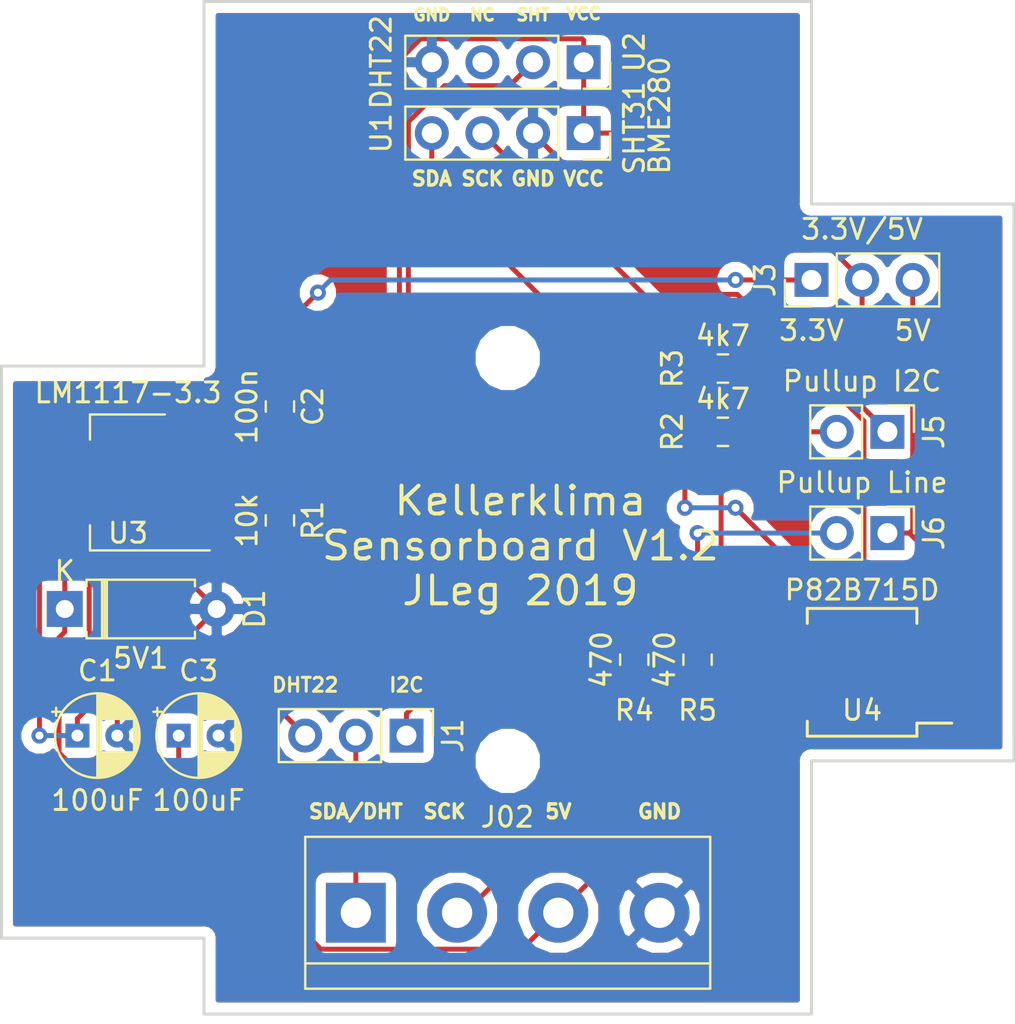
<source format=kicad_pcb>
(kicad_pcb (version 20171130) (host pcbnew "(5.0.2)-1")

  (general
    (thickness 1.6)
    (drawings 31)
    (tracks 123)
    (zones 0)
    (modules 20)
    (nets 15)
  )

  (page A4)
  (layers
    (0 F.Cu signal)
    (31 B.Cu signal)
    (32 B.Adhes user)
    (33 F.Adhes user)
    (34 B.Paste user)
    (35 F.Paste user)
    (36 B.SilkS user)
    (37 F.SilkS user)
    (38 B.Mask user)
    (39 F.Mask user)
    (40 Dwgs.User user)
    (41 Cmts.User user)
    (42 Eco1.User user)
    (43 Eco2.User user)
    (44 Edge.Cuts user)
    (45 Margin user)
    (46 B.CrtYd user)
    (47 F.CrtYd user)
    (48 B.Fab user)
    (49 F.Fab user)
  )

  (setup
    (last_trace_width 0.25)
    (trace_clearance 0.2)
    (zone_clearance 0.508)
    (zone_45_only no)
    (trace_min 0.2)
    (segment_width 0.2)
    (edge_width 0.15)
    (via_size 0.8)
    (via_drill 0.4)
    (via_min_size 0.4)
    (via_min_drill 0.3)
    (uvia_size 0.3)
    (uvia_drill 0.1)
    (uvias_allowed no)
    (uvia_min_size 0.2)
    (uvia_min_drill 0.1)
    (pcb_text_width 0.3)
    (pcb_text_size 1.5 1.5)
    (mod_edge_width 0.15)
    (mod_text_size 1 1)
    (mod_text_width 0.15)
    (pad_size 1.99898 1.99898)
    (pad_drill 0.8001)
    (pad_to_mask_clearance 0.2)
    (solder_mask_min_width 0.25)
    (aux_axis_origin 0 0)
    (visible_elements 7FFFFFFF)
    (pcbplotparams
      (layerselection 0x010fc_ffffffff)
      (usegerberextensions false)
      (usegerberattributes false)
      (usegerberadvancedattributes false)
      (creategerberjobfile false)
      (excludeedgelayer true)
      (linewidth 0.100000)
      (plotframeref false)
      (viasonmask false)
      (mode 1)
      (useauxorigin false)
      (hpglpennumber 1)
      (hpglpenspeed 20)
      (hpglpendiameter 15.000000)
      (psnegative false)
      (psa4output false)
      (plotreference true)
      (plotvalue true)
      (plotinvisibletext false)
      (padsonsilk false)
      (subtractmaskfromsilk false)
      (outputformat 1)
      (mirror false)
      (drillshape 0)
      (scaleselection 1)
      (outputdirectory "Gerbers"))
  )

  (net 0 "")
  (net 1 "Net-(C1-Pad1)")
  (net 2 VCC)
  (net 3 GND)
  (net 4 "Net-(R2-Pad2)")
  (net 5 "Net-(U4-Pad5)")
  (net 6 "Net-(U4-Pad1)")
  (net 7 "Net-(R3-Pad2)")
  (net 8 "Net-(J6-Pad2)")
  (net 9 "Net-(J5-Pad2)")
  (net 10 "Net-(J3-Pad2)")
  (net 11 "Net-(J1-Pad1)")
  (net 12 /DHT)
  (net 13 "Net-(J02-Pad2)")
  (net 14 "Net-(J02-Pad1)")

  (net_class Default "This is the default net class."
    (clearance 0.2)
    (trace_width 0.25)
    (via_dia 0.8)
    (via_drill 0.4)
    (uvia_dia 0.3)
    (uvia_drill 0.1)
    (add_net /DHT)
    (add_net GND)
    (add_net "Net-(C1-Pad1)")
    (add_net "Net-(J02-Pad1)")
    (add_net "Net-(J02-Pad2)")
    (add_net "Net-(J1-Pad1)")
    (add_net "Net-(J3-Pad2)")
    (add_net "Net-(J5-Pad2)")
    (add_net "Net-(J6-Pad2)")
    (add_net "Net-(R2-Pad2)")
    (add_net "Net-(R3-Pad2)")
    (add_net "Net-(U4-Pad1)")
    (add_net "Net-(U4-Pad5)")
    (add_net VCC)
  )

  (module TerminalBlock:TerminalBlock_bornier-4_P5.08mm (layer F.Cu) (tedit 59FF03D1) (tstamp 5C6CC7D1)
    (at 30.48 58.42)
    (descr "simple 4-pin terminal block, pitch 5.08mm, revamped version of bornier4")
    (tags "terminal block bornier4")
    (path /5A6FDDC2)
    (fp_text reference J02 (at 7.6 -4.8) (layer F.SilkS)
      (effects (font (size 1 1) (thickness 0.15)))
    )
    (fp_text value MCU (at 7.6 4.75) (layer F.Fab)
      (effects (font (size 1 1) (thickness 0.15)))
    )
    (fp_text user %R (at 7.62 0) (layer F.Fab)
      (effects (font (size 1 1) (thickness 0.15)))
    )
    (fp_line (start -2.48 2.55) (end 17.72 2.55) (layer F.Fab) (width 0.1))
    (fp_line (start -2.43 3.75) (end -2.48 3.75) (layer F.Fab) (width 0.1))
    (fp_line (start -2.48 3.75) (end -2.48 -3.75) (layer F.Fab) (width 0.1))
    (fp_line (start -2.48 -3.75) (end 17.72 -3.75) (layer F.Fab) (width 0.1))
    (fp_line (start 17.72 -3.75) (end 17.72 3.75) (layer F.Fab) (width 0.1))
    (fp_line (start 17.72 3.75) (end -2.43 3.75) (layer F.Fab) (width 0.1))
    (fp_line (start -2.54 -3.81) (end -2.54 3.81) (layer F.SilkS) (width 0.12))
    (fp_line (start 17.78 3.81) (end 17.78 -3.81) (layer F.SilkS) (width 0.12))
    (fp_line (start 17.78 2.54) (end -2.54 2.54) (layer F.SilkS) (width 0.12))
    (fp_line (start -2.54 -3.81) (end 17.78 -3.81) (layer F.SilkS) (width 0.12))
    (fp_line (start -2.54 3.81) (end 17.78 3.81) (layer F.SilkS) (width 0.12))
    (fp_line (start -2.73 -4) (end 17.97 -4) (layer F.CrtYd) (width 0.05))
    (fp_line (start -2.73 -4) (end -2.73 4) (layer F.CrtYd) (width 0.05))
    (fp_line (start 17.97 4) (end 17.97 -4) (layer F.CrtYd) (width 0.05))
    (fp_line (start 17.97 4) (end -2.73 4) (layer F.CrtYd) (width 0.05))
    (pad 2 thru_hole circle (at 5.08 0) (size 3 3) (drill 1.52) (layers *.Cu *.Mask)
      (net 13 "Net-(J02-Pad2)"))
    (pad 3 thru_hole circle (at 10.16 0) (size 3 3) (drill 1.52) (layers *.Cu *.Mask)
      (net 2 VCC))
    (pad 1 thru_hole rect (at 0 0) (size 3 3) (drill 1.52) (layers *.Cu *.Mask)
      (net 14 "Net-(J02-Pad1)"))
    (pad 4 thru_hole circle (at 15.24 0) (size 3 3) (drill 1.52) (layers *.Cu *.Mask)
      (net 3 GND))
    (model ${KISYS3DMOD}/TerminalBlock.3dshapes/TerminalBlock_bornier-4_P5.08mm.wrl
      (offset (xyz 7.619999885559082 0 0))
      (scale (xyz 1 1 1))
      (rotate (xyz 0 0 0))
    )
  )

  (module Capacitor_THT:CP_Radial_D4.0mm_P2.00mm (layer F.Cu) (tedit 5C5961D9) (tstamp 5C6C792F)
    (at 21.59 49.53)
    (descr "CP, Radial series, Radial, pin pitch=2.00mm, , diameter=4mm, Electrolytic Capacitor")
    (tags "CP Radial series Radial pin pitch 2.00mm  diameter 4mm Electrolytic Capacitor")
    (path /5C5F543E)
    (fp_text reference C3 (at 1 -3.25) (layer F.SilkS)
      (effects (font (size 1 1) (thickness 0.15)))
    )
    (fp_text value 100uF (at 1 3.25) (layer F.SilkS)
      (effects (font (size 1 1) (thickness 0.15)))
    )
    (fp_circle (center 1 0) (end 3 0) (layer F.Fab) (width 0.1))
    (fp_circle (center 1 0) (end 3.12 0) (layer F.SilkS) (width 0.12))
    (fp_circle (center 1 0) (end 3.25 0) (layer F.CrtYd) (width 0.05))
    (fp_line (start -0.702554 -0.8675) (end -0.302554 -0.8675) (layer F.Fab) (width 0.1))
    (fp_line (start -0.502554 -1.0675) (end -0.502554 -0.6675) (layer F.Fab) (width 0.1))
    (fp_line (start 1 -2.08) (end 1 2.08) (layer F.SilkS) (width 0.12))
    (fp_line (start 1.04 -2.08) (end 1.04 2.08) (layer F.SilkS) (width 0.12))
    (fp_line (start 1.08 -2.079) (end 1.08 2.079) (layer F.SilkS) (width 0.12))
    (fp_line (start 1.12 -2.077) (end 1.12 2.077) (layer F.SilkS) (width 0.12))
    (fp_line (start 1.16 -2.074) (end 1.16 2.074) (layer F.SilkS) (width 0.12))
    (fp_line (start 1.2 -2.071) (end 1.2 -0.84) (layer F.SilkS) (width 0.12))
    (fp_line (start 1.2 0.84) (end 1.2 2.071) (layer F.SilkS) (width 0.12))
    (fp_line (start 1.24 -2.067) (end 1.24 -0.84) (layer F.SilkS) (width 0.12))
    (fp_line (start 1.24 0.84) (end 1.24 2.067) (layer F.SilkS) (width 0.12))
    (fp_line (start 1.28 -2.062) (end 1.28 -0.84) (layer F.SilkS) (width 0.12))
    (fp_line (start 1.28 0.84) (end 1.28 2.062) (layer F.SilkS) (width 0.12))
    (fp_line (start 1.32 -2.056) (end 1.32 -0.84) (layer F.SilkS) (width 0.12))
    (fp_line (start 1.32 0.84) (end 1.32 2.056) (layer F.SilkS) (width 0.12))
    (fp_line (start 1.36 -2.05) (end 1.36 -0.84) (layer F.SilkS) (width 0.12))
    (fp_line (start 1.36 0.84) (end 1.36 2.05) (layer F.SilkS) (width 0.12))
    (fp_line (start 1.4 -2.042) (end 1.4 -0.84) (layer F.SilkS) (width 0.12))
    (fp_line (start 1.4 0.84) (end 1.4 2.042) (layer F.SilkS) (width 0.12))
    (fp_line (start 1.44 -2.034) (end 1.44 -0.84) (layer F.SilkS) (width 0.12))
    (fp_line (start 1.44 0.84) (end 1.44 2.034) (layer F.SilkS) (width 0.12))
    (fp_line (start 1.48 -2.025) (end 1.48 -0.84) (layer F.SilkS) (width 0.12))
    (fp_line (start 1.48 0.84) (end 1.48 2.025) (layer F.SilkS) (width 0.12))
    (fp_line (start 1.52 -2.016) (end 1.52 -0.84) (layer F.SilkS) (width 0.12))
    (fp_line (start 1.52 0.84) (end 1.52 2.016) (layer F.SilkS) (width 0.12))
    (fp_line (start 1.56 -2.005) (end 1.56 -0.84) (layer F.SilkS) (width 0.12))
    (fp_line (start 1.56 0.84) (end 1.56 2.005) (layer F.SilkS) (width 0.12))
    (fp_line (start 1.6 -1.994) (end 1.6 -0.84) (layer F.SilkS) (width 0.12))
    (fp_line (start 1.6 0.84) (end 1.6 1.994) (layer F.SilkS) (width 0.12))
    (fp_line (start 1.64 -1.982) (end 1.64 -0.84) (layer F.SilkS) (width 0.12))
    (fp_line (start 1.64 0.84) (end 1.64 1.982) (layer F.SilkS) (width 0.12))
    (fp_line (start 1.68 -1.968) (end 1.68 -0.84) (layer F.SilkS) (width 0.12))
    (fp_line (start 1.68 0.84) (end 1.68 1.968) (layer F.SilkS) (width 0.12))
    (fp_line (start 1.721 -1.954) (end 1.721 -0.84) (layer F.SilkS) (width 0.12))
    (fp_line (start 1.721 0.84) (end 1.721 1.954) (layer F.SilkS) (width 0.12))
    (fp_line (start 1.761 -1.94) (end 1.761 -0.84) (layer F.SilkS) (width 0.12))
    (fp_line (start 1.761 0.84) (end 1.761 1.94) (layer F.SilkS) (width 0.12))
    (fp_line (start 1.801 -1.924) (end 1.801 -0.84) (layer F.SilkS) (width 0.12))
    (fp_line (start 1.801 0.84) (end 1.801 1.924) (layer F.SilkS) (width 0.12))
    (fp_line (start 1.841 -1.907) (end 1.841 -0.84) (layer F.SilkS) (width 0.12))
    (fp_line (start 1.841 0.84) (end 1.841 1.907) (layer F.SilkS) (width 0.12))
    (fp_line (start 1.881 -1.889) (end 1.881 -0.84) (layer F.SilkS) (width 0.12))
    (fp_line (start 1.881 0.84) (end 1.881 1.889) (layer F.SilkS) (width 0.12))
    (fp_line (start 1.921 -1.87) (end 1.921 -0.84) (layer F.SilkS) (width 0.12))
    (fp_line (start 1.921 0.84) (end 1.921 1.87) (layer F.SilkS) (width 0.12))
    (fp_line (start 1.961 -1.851) (end 1.961 -0.84) (layer F.SilkS) (width 0.12))
    (fp_line (start 1.961 0.84) (end 1.961 1.851) (layer F.SilkS) (width 0.12))
    (fp_line (start 2.001 -1.83) (end 2.001 -0.84) (layer F.SilkS) (width 0.12))
    (fp_line (start 2.001 0.84) (end 2.001 1.83) (layer F.SilkS) (width 0.12))
    (fp_line (start 2.041 -1.808) (end 2.041 -0.84) (layer F.SilkS) (width 0.12))
    (fp_line (start 2.041 0.84) (end 2.041 1.808) (layer F.SilkS) (width 0.12))
    (fp_line (start 2.081 -1.785) (end 2.081 -0.84) (layer F.SilkS) (width 0.12))
    (fp_line (start 2.081 0.84) (end 2.081 1.785) (layer F.SilkS) (width 0.12))
    (fp_line (start 2.121 -1.76) (end 2.121 -0.84) (layer F.SilkS) (width 0.12))
    (fp_line (start 2.121 0.84) (end 2.121 1.76) (layer F.SilkS) (width 0.12))
    (fp_line (start 2.161 -1.735) (end 2.161 -0.84) (layer F.SilkS) (width 0.12))
    (fp_line (start 2.161 0.84) (end 2.161 1.735) (layer F.SilkS) (width 0.12))
    (fp_line (start 2.201 -1.708) (end 2.201 -0.84) (layer F.SilkS) (width 0.12))
    (fp_line (start 2.201 0.84) (end 2.201 1.708) (layer F.SilkS) (width 0.12))
    (fp_line (start 2.241 -1.68) (end 2.241 -0.84) (layer F.SilkS) (width 0.12))
    (fp_line (start 2.241 0.84) (end 2.241 1.68) (layer F.SilkS) (width 0.12))
    (fp_line (start 2.281 -1.65) (end 2.281 -0.84) (layer F.SilkS) (width 0.12))
    (fp_line (start 2.281 0.84) (end 2.281 1.65) (layer F.SilkS) (width 0.12))
    (fp_line (start 2.321 -1.619) (end 2.321 -0.84) (layer F.SilkS) (width 0.12))
    (fp_line (start 2.321 0.84) (end 2.321 1.619) (layer F.SilkS) (width 0.12))
    (fp_line (start 2.361 -1.587) (end 2.361 -0.84) (layer F.SilkS) (width 0.12))
    (fp_line (start 2.361 0.84) (end 2.361 1.587) (layer F.SilkS) (width 0.12))
    (fp_line (start 2.401 -1.552) (end 2.401 -0.84) (layer F.SilkS) (width 0.12))
    (fp_line (start 2.401 0.84) (end 2.401 1.552) (layer F.SilkS) (width 0.12))
    (fp_line (start 2.441 -1.516) (end 2.441 -0.84) (layer F.SilkS) (width 0.12))
    (fp_line (start 2.441 0.84) (end 2.441 1.516) (layer F.SilkS) (width 0.12))
    (fp_line (start 2.481 -1.478) (end 2.481 -0.84) (layer F.SilkS) (width 0.12))
    (fp_line (start 2.481 0.84) (end 2.481 1.478) (layer F.SilkS) (width 0.12))
    (fp_line (start 2.521 -1.438) (end 2.521 -0.84) (layer F.SilkS) (width 0.12))
    (fp_line (start 2.521 0.84) (end 2.521 1.438) (layer F.SilkS) (width 0.12))
    (fp_line (start 2.561 -1.396) (end 2.561 -0.84) (layer F.SilkS) (width 0.12))
    (fp_line (start 2.561 0.84) (end 2.561 1.396) (layer F.SilkS) (width 0.12))
    (fp_line (start 2.601 -1.351) (end 2.601 -0.84) (layer F.SilkS) (width 0.12))
    (fp_line (start 2.601 0.84) (end 2.601 1.351) (layer F.SilkS) (width 0.12))
    (fp_line (start 2.641 -1.304) (end 2.641 -0.84) (layer F.SilkS) (width 0.12))
    (fp_line (start 2.641 0.84) (end 2.641 1.304) (layer F.SilkS) (width 0.12))
    (fp_line (start 2.681 -1.254) (end 2.681 -0.84) (layer F.SilkS) (width 0.12))
    (fp_line (start 2.681 0.84) (end 2.681 1.254) (layer F.SilkS) (width 0.12))
    (fp_line (start 2.721 -1.2) (end 2.721 -0.84) (layer F.SilkS) (width 0.12))
    (fp_line (start 2.721 0.84) (end 2.721 1.2) (layer F.SilkS) (width 0.12))
    (fp_line (start 2.761 -1.142) (end 2.761 -0.84) (layer F.SilkS) (width 0.12))
    (fp_line (start 2.761 0.84) (end 2.761 1.142) (layer F.SilkS) (width 0.12))
    (fp_line (start 2.801 -1.08) (end 2.801 -0.84) (layer F.SilkS) (width 0.12))
    (fp_line (start 2.801 0.84) (end 2.801 1.08) (layer F.SilkS) (width 0.12))
    (fp_line (start 2.841 -1.013) (end 2.841 1.013) (layer F.SilkS) (width 0.12))
    (fp_line (start 2.881 -0.94) (end 2.881 0.94) (layer F.SilkS) (width 0.12))
    (fp_line (start 2.921 -0.859) (end 2.921 0.859) (layer F.SilkS) (width 0.12))
    (fp_line (start 2.961 -0.768) (end 2.961 0.768) (layer F.SilkS) (width 0.12))
    (fp_line (start 3.001 -0.664) (end 3.001 0.664) (layer F.SilkS) (width 0.12))
    (fp_line (start 3.041 -0.537) (end 3.041 0.537) (layer F.SilkS) (width 0.12))
    (fp_line (start 3.081 -0.37) (end 3.081 0.37) (layer F.SilkS) (width 0.12))
    (fp_line (start -1.269801 -1.195) (end -0.869801 -1.195) (layer F.SilkS) (width 0.12))
    (fp_line (start -1.069801 -1.395) (end -1.069801 -0.995) (layer F.SilkS) (width 0.12))
    (fp_text user %R (at 1 0) (layer F.Fab)
      (effects (font (size 0.8 0.8) (thickness 0.12)))
    )
    (pad 1 thru_hole rect (at 0 0) (size 1.2 1.2) (drill 0.6) (layers *.Cu *.Mask)
      (net 2 VCC))
    (pad 2 thru_hole circle (at 2 0) (size 1.2 1.2) (drill 0.6) (layers *.Cu *.Mask)
      (net 3 GND))
    (model ${KISYS3DMOD}/Capacitor_THT.3dshapes/CP_Radial_D4.0mm_P2.00mm.wrl
      (at (xyz 0 0 0))
      (scale (xyz 1 1 1))
      (rotate (xyz 0 0 0))
    )
  )

  (module Connector_PinHeader_2.54mm:PinHeader_1x03_P2.54mm_Vertical (layer F.Cu) (tedit 59FED5CC) (tstamp 5C6C7799)
    (at 33.02 49.53 270)
    (descr "Through hole straight pin header, 1x03, 2.54mm pitch, single row")
    (tags "Through hole pin header THT 1x03 2.54mm single row")
    (path /5C596B9D)
    (fp_text reference J1 (at 0 -2.33 270) (layer F.SilkS)
      (effects (font (size 1 1) (thickness 0.15)))
    )
    (fp_text value DHT/I2C (at 0 7.41 270) (layer F.Fab)
      (effects (font (size 1 1) (thickness 0.15)))
    )
    (fp_line (start -0.635 -1.27) (end 1.27 -1.27) (layer F.Fab) (width 0.1))
    (fp_line (start 1.27 -1.27) (end 1.27 6.35) (layer F.Fab) (width 0.1))
    (fp_line (start 1.27 6.35) (end -1.27 6.35) (layer F.Fab) (width 0.1))
    (fp_line (start -1.27 6.35) (end -1.27 -0.635) (layer F.Fab) (width 0.1))
    (fp_line (start -1.27 -0.635) (end -0.635 -1.27) (layer F.Fab) (width 0.1))
    (fp_line (start -1.33 6.41) (end 1.33 6.41) (layer F.SilkS) (width 0.12))
    (fp_line (start -1.33 1.27) (end -1.33 6.41) (layer F.SilkS) (width 0.12))
    (fp_line (start 1.33 1.27) (end 1.33 6.41) (layer F.SilkS) (width 0.12))
    (fp_line (start -1.33 1.27) (end 1.33 1.27) (layer F.SilkS) (width 0.12))
    (fp_line (start -1.33 0) (end -1.33 -1.33) (layer F.SilkS) (width 0.12))
    (fp_line (start -1.33 -1.33) (end 0 -1.33) (layer F.SilkS) (width 0.12))
    (fp_line (start -1.8 -1.8) (end -1.8 6.85) (layer F.CrtYd) (width 0.05))
    (fp_line (start -1.8 6.85) (end 1.8 6.85) (layer F.CrtYd) (width 0.05))
    (fp_line (start 1.8 6.85) (end 1.8 -1.8) (layer F.CrtYd) (width 0.05))
    (fp_line (start 1.8 -1.8) (end -1.8 -1.8) (layer F.CrtYd) (width 0.05))
    (fp_text user %R (at 0 2.54) (layer F.Fab)
      (effects (font (size 1 1) (thickness 0.15)))
    )
    (pad 1 thru_hole rect (at 0 0 270) (size 1.7 1.7) (drill 1) (layers *.Cu *.Mask)
      (net 11 "Net-(J1-Pad1)"))
    (pad 2 thru_hole oval (at 0 2.54 270) (size 1.7 1.7) (drill 1) (layers *.Cu *.Mask)
      (net 14 "Net-(J02-Pad1)"))
    (pad 3 thru_hole oval (at 0 5.08 270) (size 1.7 1.7) (drill 1) (layers *.Cu *.Mask)
      (net 12 /DHT))
    (model ${KISYS3DMOD}/Connector_PinHeader_2.54mm.3dshapes/PinHeader_1x03_P2.54mm_Vertical.wrl
      (at (xyz 0 0 0))
      (scale (xyz 1 1 1))
      (rotate (xyz 0 0 0))
    )
  )

  (module Connector_PinSocket_2.54mm:PinSocket_1x04_P2.54mm_Vertical (layer F.Cu) (tedit 5C589C6C) (tstamp 5C5ED91B)
    (at 41.91 15.748 270)
    (descr "Through hole straight socket strip, 1x04, 2.54mm pitch, single row (from Kicad 4.0.7), script generated")
    (tags "Through hole socket strip THT 1x04 2.54mm single row")
    (path /5A6F452C)
    (fp_text reference U2 (at -0.508 -2.54 270) (layer F.SilkS)
      (effects (font (size 1 1) (thickness 0.15)))
    )
    (fp_text value DHT22 (at 0 10.16 270) (layer F.SilkS)
      (effects (font (size 1 1) (thickness 0.15)))
    )
    (fp_line (start -1.27 -1.27) (end 0.635 -1.27) (layer F.Fab) (width 0.1))
    (fp_line (start 0.635 -1.27) (end 1.27 -0.635) (layer F.Fab) (width 0.1))
    (fp_line (start 1.27 -0.635) (end 1.27 8.89) (layer F.Fab) (width 0.1))
    (fp_line (start 1.27 8.89) (end -1.27 8.89) (layer F.Fab) (width 0.1))
    (fp_line (start -1.27 8.89) (end -1.27 -1.27) (layer F.Fab) (width 0.1))
    (fp_line (start -1.33 1.27) (end 1.33 1.27) (layer F.SilkS) (width 0.12))
    (fp_line (start -1.33 1.27) (end -1.33 8.95) (layer F.SilkS) (width 0.12))
    (fp_line (start -1.33 8.95) (end 1.33 8.95) (layer F.SilkS) (width 0.12))
    (fp_line (start 1.33 1.27) (end 1.33 8.95) (layer F.SilkS) (width 0.12))
    (fp_line (start 1.33 -1.33) (end 1.33 0) (layer F.SilkS) (width 0.12))
    (fp_line (start 0 -1.33) (end 1.33 -1.33) (layer F.SilkS) (width 0.12))
    (fp_line (start -1.8 -1.8) (end 1.75 -1.8) (layer F.CrtYd) (width 0.05))
    (fp_line (start 1.75 -1.8) (end 1.75 9.4) (layer F.CrtYd) (width 0.05))
    (fp_line (start 1.75 9.4) (end -1.8 9.4) (layer F.CrtYd) (width 0.05))
    (fp_line (start -1.8 9.4) (end -1.8 -1.8) (layer F.CrtYd) (width 0.05))
    (fp_text user %R (at 0 3.81) (layer F.Fab)
      (effects (font (size 1 1) (thickness 0.15)))
    )
    (pad 1 thru_hole rect (at 0 0 270) (size 1.7 1.7) (drill 1) (layers *.Cu *.Mask)
      (net 10 "Net-(J3-Pad2)"))
    (pad 2 thru_hole oval (at 0 2.54 270) (size 1.7 1.7) (drill 1) (layers *.Cu *.Mask)
      (net 12 /DHT))
    (pad 3 thru_hole oval (at 0 5.08 270) (size 1.7 1.7) (drill 1) (layers *.Cu *.Mask))
    (pad 4 thru_hole oval (at 0 7.62 270) (size 1.7 1.7) (drill 1) (layers *.Cu *.Mask)
      (net 3 GND))
    (model ${KISYS3DMOD}/Connector_PinSocket_2.54mm.3dshapes/PinSocket_1x04_P2.54mm_Vertical.wrl
      (at (xyz 0 0 0))
      (scale (xyz 1 1 1))
      (rotate (xyz 0 0 0))
    )
  )

  (module Connector_PinHeader_2.54mm:PinHeader_1x02_P2.54mm_Vertical (layer F.Cu) (tedit 5C589DC9) (tstamp 5C5ECECF)
    (at 57.15 39.37 270)
    (descr "Through hole straight pin header, 1x02, 2.54mm pitch, single row")
    (tags "Through hole pin header THT 1x02 2.54mm single row")
    (path /5BAB2A54)
    (fp_text reference J6 (at 0 -2.33 270) (layer F.SilkS)
      (effects (font (size 1 1) (thickness 0.15)))
    )
    (fp_text value "Pullup Line" (at -2.54 1.27) (layer F.SilkS)
      (effects (font (size 1 1) (thickness 0.15)))
    )
    (fp_line (start -0.635 -1.27) (end 1.27 -1.27) (layer F.Fab) (width 0.1))
    (fp_line (start 1.27 -1.27) (end 1.27 3.81) (layer F.Fab) (width 0.1))
    (fp_line (start 1.27 3.81) (end -1.27 3.81) (layer F.Fab) (width 0.1))
    (fp_line (start -1.27 3.81) (end -1.27 -0.635) (layer F.Fab) (width 0.1))
    (fp_line (start -1.27 -0.635) (end -0.635 -1.27) (layer F.Fab) (width 0.1))
    (fp_line (start -1.33 3.87) (end 1.33 3.87) (layer F.SilkS) (width 0.12))
    (fp_line (start -1.33 1.27) (end -1.33 3.87) (layer F.SilkS) (width 0.12))
    (fp_line (start 1.33 1.27) (end 1.33 3.87) (layer F.SilkS) (width 0.12))
    (fp_line (start -1.33 1.27) (end 1.33 1.27) (layer F.SilkS) (width 0.12))
    (fp_line (start -1.33 0) (end -1.33 -1.33) (layer F.SilkS) (width 0.12))
    (fp_line (start -1.33 -1.33) (end 0 -1.33) (layer F.SilkS) (width 0.12))
    (fp_line (start -1.8 -1.8) (end -1.8 4.35) (layer F.CrtYd) (width 0.05))
    (fp_line (start -1.8 4.35) (end 1.8 4.35) (layer F.CrtYd) (width 0.05))
    (fp_line (start 1.8 4.35) (end 1.8 -1.8) (layer F.CrtYd) (width 0.05))
    (fp_line (start 1.8 -1.8) (end -1.8 -1.8) (layer F.CrtYd) (width 0.05))
    (fp_text user %R (at 0 1.27) (layer F.Fab)
      (effects (font (size 1 1) (thickness 0.15)))
    )
    (pad 1 thru_hole rect (at 0 0 270) (size 1.7 1.7) (drill 1) (layers *.Cu *.Mask)
      (net 2 VCC))
    (pad 2 thru_hole oval (at 0 2.54 270) (size 1.7 1.7) (drill 1) (layers *.Cu *.Mask)
      (net 8 "Net-(J6-Pad2)"))
    (model ${KISYS3DMOD}/Connector_PinHeader_2.54mm.3dshapes/PinHeader_1x02_P2.54mm_Vertical.wrl
      (at (xyz 0 0 0))
      (scale (xyz 1 1 1))
      (rotate (xyz 0 0 0))
    )
  )

  (module Connector_PinSocket_2.54mm:PinSocket_1x04_P2.54mm_Vertical (layer F.Cu) (tedit 5C589C57) (tstamp 5C5ECE5E)
    (at 41.91 19.304 270)
    (descr "Through hole straight socket strip, 1x04, 2.54mm pitch, single row (from Kicad 4.0.7), script generated")
    (tags "Through hole socket strip THT 1x04 2.54mm single row")
    (path /5A6F66FE)
    (fp_text reference U1 (at 0 10.16 270) (layer F.SilkS)
      (effects (font (size 1 1) (thickness 0.15)))
    )
    (fp_text value SHT31 (at -0.254 -2.54 270) (layer F.SilkS)
      (effects (font (size 1 1) (thickness 0.15)))
    )
    (fp_line (start -1.27 -1.27) (end 0.635 -1.27) (layer F.Fab) (width 0.1))
    (fp_line (start 0.635 -1.27) (end 1.27 -0.635) (layer F.Fab) (width 0.1))
    (fp_line (start 1.27 -0.635) (end 1.27 8.89) (layer F.Fab) (width 0.1))
    (fp_line (start 1.27 8.89) (end -1.27 8.89) (layer F.Fab) (width 0.1))
    (fp_line (start -1.27 8.89) (end -1.27 -1.27) (layer F.Fab) (width 0.1))
    (fp_line (start -1.33 1.27) (end 1.33 1.27) (layer F.SilkS) (width 0.12))
    (fp_line (start -1.33 1.27) (end -1.33 8.95) (layer F.SilkS) (width 0.12))
    (fp_line (start -1.33 8.95) (end 1.33 8.95) (layer F.SilkS) (width 0.12))
    (fp_line (start 1.33 1.27) (end 1.33 8.95) (layer F.SilkS) (width 0.12))
    (fp_line (start 1.33 -1.33) (end 1.33 0) (layer F.SilkS) (width 0.12))
    (fp_line (start 0 -1.33) (end 1.33 -1.33) (layer F.SilkS) (width 0.12))
    (fp_line (start -1.8 -1.8) (end 1.75 -1.8) (layer F.CrtYd) (width 0.05))
    (fp_line (start 1.75 -1.8) (end 1.75 9.4) (layer F.CrtYd) (width 0.05))
    (fp_line (start 1.75 9.4) (end -1.8 9.4) (layer F.CrtYd) (width 0.05))
    (fp_line (start -1.8 9.4) (end -1.8 -1.8) (layer F.CrtYd) (width 0.05))
    (fp_text user %R (at 0 3.81) (layer F.Fab)
      (effects (font (size 1 1) (thickness 0.15)))
    )
    (pad 1 thru_hole rect (at 0 0 270) (size 1.7 1.7) (drill 1) (layers *.Cu *.Mask)
      (net 10 "Net-(J3-Pad2)"))
    (pad 2 thru_hole oval (at 0 2.54 270) (size 1.7 1.7) (drill 1) (layers *.Cu *.Mask)
      (net 3 GND))
    (pad 3 thru_hole oval (at 0 5.08 270) (size 1.7 1.7) (drill 1) (layers *.Cu *.Mask)
      (net 7 "Net-(R3-Pad2)"))
    (pad 4 thru_hole oval (at 0 7.62 270) (size 1.7 1.7) (drill 1) (layers *.Cu *.Mask)
      (net 4 "Net-(R2-Pad2)"))
    (model ${KISYS3DMOD}/Connector_PinSocket_2.54mm.3dshapes/PinSocket_1x04_P2.54mm_Vertical.wrl
      (at (xyz 0 0 0))
      (scale (xyz 1 1 1))
      (rotate (xyz 0 0 0))
    )
  )

  (module Capacitor_SMD:C_0805_2012Metric_Pad1.15x1.40mm_HandSolder (layer F.Cu) (tedit 5C589F60) (tstamp 5C5C62DE)
    (at 26.67 33.02 270)
    (descr "Capacitor SMD 0805 (2012 Metric), square (rectangular) end terminal, IPC_7351 nominal with elongated pad for handsoldering. (Body size source: https://docs.google.com/spreadsheets/d/1BsfQQcO9C6DZCsRaXUlFlo91Tg2WpOkGARC1WS5S8t0/edit?usp=sharing), generated with kicad-footprint-generator")
    (tags "capacitor handsolder")
    (path /5A73A127)
    (attr smd)
    (fp_text reference C2 (at 0 -1.65 270) (layer F.SilkS)
      (effects (font (size 1 1) (thickness 0.15)))
    )
    (fp_text value 100n (at 0 1.65 270) (layer F.SilkS)
      (effects (font (size 1 1) (thickness 0.15)))
    )
    (fp_line (start -1 0.6) (end -1 -0.6) (layer F.Fab) (width 0.1))
    (fp_line (start -1 -0.6) (end 1 -0.6) (layer F.Fab) (width 0.1))
    (fp_line (start 1 -0.6) (end 1 0.6) (layer F.Fab) (width 0.1))
    (fp_line (start 1 0.6) (end -1 0.6) (layer F.Fab) (width 0.1))
    (fp_line (start -0.261252 -0.71) (end 0.261252 -0.71) (layer F.SilkS) (width 0.12))
    (fp_line (start -0.261252 0.71) (end 0.261252 0.71) (layer F.SilkS) (width 0.12))
    (fp_line (start -1.85 0.95) (end -1.85 -0.95) (layer F.CrtYd) (width 0.05))
    (fp_line (start -1.85 -0.95) (end 1.85 -0.95) (layer F.CrtYd) (width 0.05))
    (fp_line (start 1.85 -0.95) (end 1.85 0.95) (layer F.CrtYd) (width 0.05))
    (fp_line (start 1.85 0.95) (end -1.85 0.95) (layer F.CrtYd) (width 0.05))
    (fp_text user %R (at 0 0 270) (layer F.Fab)
      (effects (font (size 0.5 0.5) (thickness 0.08)))
    )
    (pad 1 smd roundrect (at -1.025 0 270) (size 1.15 1.4) (layers F.Cu F.Paste F.Mask) (roundrect_rratio 0.217391)
      (net 2 VCC))
    (pad 2 smd roundrect (at 1.025 0 270) (size 1.15 1.4) (layers F.Cu F.Paste F.Mask) (roundrect_rratio 0.217391)
      (net 3 GND))
    (model ${KISYS3DMOD}/Capacitor_SMD.3dshapes/C_0805_2012Metric.wrl
      (at (xyz 0 0 0))
      (scale (xyz 1 1 1))
      (rotate (xyz 0 0 0))
    )
  )

  (module Capacitor_THT:CP_Radial_D4.0mm_P2.00mm (layer F.Cu) (tedit 5C589FA2) (tstamp 5C5C6273)
    (at 16.51 49.53)
    (descr "CP, Radial series, Radial, pin pitch=2.00mm, , diameter=4mm, Electrolytic Capacitor")
    (tags "CP Radial series Radial pin pitch 2.00mm  diameter 4mm Electrolytic Capacitor")
    (path /5A73A2AC)
    (fp_text reference C1 (at 1 -3.25) (layer F.SilkS)
      (effects (font (size 1 1) (thickness 0.15)))
    )
    (fp_text value 100uF (at 1 3.25) (layer F.SilkS)
      (effects (font (size 1 1) (thickness 0.15)))
    )
    (fp_circle (center 1 0) (end 3 0) (layer F.Fab) (width 0.1))
    (fp_circle (center 1 0) (end 3.12 0) (layer F.SilkS) (width 0.12))
    (fp_circle (center 1 0) (end 3.25 0) (layer F.CrtYd) (width 0.05))
    (fp_line (start -0.702554 -0.8675) (end -0.302554 -0.8675) (layer F.Fab) (width 0.1))
    (fp_line (start -0.502554 -1.0675) (end -0.502554 -0.6675) (layer F.Fab) (width 0.1))
    (fp_line (start 1 -2.08) (end 1 2.08) (layer F.SilkS) (width 0.12))
    (fp_line (start 1.04 -2.08) (end 1.04 2.08) (layer F.SilkS) (width 0.12))
    (fp_line (start 1.08 -2.079) (end 1.08 2.079) (layer F.SilkS) (width 0.12))
    (fp_line (start 1.12 -2.077) (end 1.12 2.077) (layer F.SilkS) (width 0.12))
    (fp_line (start 1.16 -2.074) (end 1.16 2.074) (layer F.SilkS) (width 0.12))
    (fp_line (start 1.2 -2.071) (end 1.2 -0.84) (layer F.SilkS) (width 0.12))
    (fp_line (start 1.2 0.84) (end 1.2 2.071) (layer F.SilkS) (width 0.12))
    (fp_line (start 1.24 -2.067) (end 1.24 -0.84) (layer F.SilkS) (width 0.12))
    (fp_line (start 1.24 0.84) (end 1.24 2.067) (layer F.SilkS) (width 0.12))
    (fp_line (start 1.28 -2.062) (end 1.28 -0.84) (layer F.SilkS) (width 0.12))
    (fp_line (start 1.28 0.84) (end 1.28 2.062) (layer F.SilkS) (width 0.12))
    (fp_line (start 1.32 -2.056) (end 1.32 -0.84) (layer F.SilkS) (width 0.12))
    (fp_line (start 1.32 0.84) (end 1.32 2.056) (layer F.SilkS) (width 0.12))
    (fp_line (start 1.36 -2.05) (end 1.36 -0.84) (layer F.SilkS) (width 0.12))
    (fp_line (start 1.36 0.84) (end 1.36 2.05) (layer F.SilkS) (width 0.12))
    (fp_line (start 1.4 -2.042) (end 1.4 -0.84) (layer F.SilkS) (width 0.12))
    (fp_line (start 1.4 0.84) (end 1.4 2.042) (layer F.SilkS) (width 0.12))
    (fp_line (start 1.44 -2.034) (end 1.44 -0.84) (layer F.SilkS) (width 0.12))
    (fp_line (start 1.44 0.84) (end 1.44 2.034) (layer F.SilkS) (width 0.12))
    (fp_line (start 1.48 -2.025) (end 1.48 -0.84) (layer F.SilkS) (width 0.12))
    (fp_line (start 1.48 0.84) (end 1.48 2.025) (layer F.SilkS) (width 0.12))
    (fp_line (start 1.52 -2.016) (end 1.52 -0.84) (layer F.SilkS) (width 0.12))
    (fp_line (start 1.52 0.84) (end 1.52 2.016) (layer F.SilkS) (width 0.12))
    (fp_line (start 1.56 -2.005) (end 1.56 -0.84) (layer F.SilkS) (width 0.12))
    (fp_line (start 1.56 0.84) (end 1.56 2.005) (layer F.SilkS) (width 0.12))
    (fp_line (start 1.6 -1.994) (end 1.6 -0.84) (layer F.SilkS) (width 0.12))
    (fp_line (start 1.6 0.84) (end 1.6 1.994) (layer F.SilkS) (width 0.12))
    (fp_line (start 1.64 -1.982) (end 1.64 -0.84) (layer F.SilkS) (width 0.12))
    (fp_line (start 1.64 0.84) (end 1.64 1.982) (layer F.SilkS) (width 0.12))
    (fp_line (start 1.68 -1.968) (end 1.68 -0.84) (layer F.SilkS) (width 0.12))
    (fp_line (start 1.68 0.84) (end 1.68 1.968) (layer F.SilkS) (width 0.12))
    (fp_line (start 1.721 -1.954) (end 1.721 -0.84) (layer F.SilkS) (width 0.12))
    (fp_line (start 1.721 0.84) (end 1.721 1.954) (layer F.SilkS) (width 0.12))
    (fp_line (start 1.761 -1.94) (end 1.761 -0.84) (layer F.SilkS) (width 0.12))
    (fp_line (start 1.761 0.84) (end 1.761 1.94) (layer F.SilkS) (width 0.12))
    (fp_line (start 1.801 -1.924) (end 1.801 -0.84) (layer F.SilkS) (width 0.12))
    (fp_line (start 1.801 0.84) (end 1.801 1.924) (layer F.SilkS) (width 0.12))
    (fp_line (start 1.841 -1.907) (end 1.841 -0.84) (layer F.SilkS) (width 0.12))
    (fp_line (start 1.841 0.84) (end 1.841 1.907) (layer F.SilkS) (width 0.12))
    (fp_line (start 1.881 -1.889) (end 1.881 -0.84) (layer F.SilkS) (width 0.12))
    (fp_line (start 1.881 0.84) (end 1.881 1.889) (layer F.SilkS) (width 0.12))
    (fp_line (start 1.921 -1.87) (end 1.921 -0.84) (layer F.SilkS) (width 0.12))
    (fp_line (start 1.921 0.84) (end 1.921 1.87) (layer F.SilkS) (width 0.12))
    (fp_line (start 1.961 -1.851) (end 1.961 -0.84) (layer F.SilkS) (width 0.12))
    (fp_line (start 1.961 0.84) (end 1.961 1.851) (layer F.SilkS) (width 0.12))
    (fp_line (start 2.001 -1.83) (end 2.001 -0.84) (layer F.SilkS) (width 0.12))
    (fp_line (start 2.001 0.84) (end 2.001 1.83) (layer F.SilkS) (width 0.12))
    (fp_line (start 2.041 -1.808) (end 2.041 -0.84) (layer F.SilkS) (width 0.12))
    (fp_line (start 2.041 0.84) (end 2.041 1.808) (layer F.SilkS) (width 0.12))
    (fp_line (start 2.081 -1.785) (end 2.081 -0.84) (layer F.SilkS) (width 0.12))
    (fp_line (start 2.081 0.84) (end 2.081 1.785) (layer F.SilkS) (width 0.12))
    (fp_line (start 2.121 -1.76) (end 2.121 -0.84) (layer F.SilkS) (width 0.12))
    (fp_line (start 2.121 0.84) (end 2.121 1.76) (layer F.SilkS) (width 0.12))
    (fp_line (start 2.161 -1.735) (end 2.161 -0.84) (layer F.SilkS) (width 0.12))
    (fp_line (start 2.161 0.84) (end 2.161 1.735) (layer F.SilkS) (width 0.12))
    (fp_line (start 2.201 -1.708) (end 2.201 -0.84) (layer F.SilkS) (width 0.12))
    (fp_line (start 2.201 0.84) (end 2.201 1.708) (layer F.SilkS) (width 0.12))
    (fp_line (start 2.241 -1.68) (end 2.241 -0.84) (layer F.SilkS) (width 0.12))
    (fp_line (start 2.241 0.84) (end 2.241 1.68) (layer F.SilkS) (width 0.12))
    (fp_line (start 2.281 -1.65) (end 2.281 -0.84) (layer F.SilkS) (width 0.12))
    (fp_line (start 2.281 0.84) (end 2.281 1.65) (layer F.SilkS) (width 0.12))
    (fp_line (start 2.321 -1.619) (end 2.321 -0.84) (layer F.SilkS) (width 0.12))
    (fp_line (start 2.321 0.84) (end 2.321 1.619) (layer F.SilkS) (width 0.12))
    (fp_line (start 2.361 -1.587) (end 2.361 -0.84) (layer F.SilkS) (width 0.12))
    (fp_line (start 2.361 0.84) (end 2.361 1.587) (layer F.SilkS) (width 0.12))
    (fp_line (start 2.401 -1.552) (end 2.401 -0.84) (layer F.SilkS) (width 0.12))
    (fp_line (start 2.401 0.84) (end 2.401 1.552) (layer F.SilkS) (width 0.12))
    (fp_line (start 2.441 -1.516) (end 2.441 -0.84) (layer F.SilkS) (width 0.12))
    (fp_line (start 2.441 0.84) (end 2.441 1.516) (layer F.SilkS) (width 0.12))
    (fp_line (start 2.481 -1.478) (end 2.481 -0.84) (layer F.SilkS) (width 0.12))
    (fp_line (start 2.481 0.84) (end 2.481 1.478) (layer F.SilkS) (width 0.12))
    (fp_line (start 2.521 -1.438) (end 2.521 -0.84) (layer F.SilkS) (width 0.12))
    (fp_line (start 2.521 0.84) (end 2.521 1.438) (layer F.SilkS) (width 0.12))
    (fp_line (start 2.561 -1.396) (end 2.561 -0.84) (layer F.SilkS) (width 0.12))
    (fp_line (start 2.561 0.84) (end 2.561 1.396) (layer F.SilkS) (width 0.12))
    (fp_line (start 2.601 -1.351) (end 2.601 -0.84) (layer F.SilkS) (width 0.12))
    (fp_line (start 2.601 0.84) (end 2.601 1.351) (layer F.SilkS) (width 0.12))
    (fp_line (start 2.641 -1.304) (end 2.641 -0.84) (layer F.SilkS) (width 0.12))
    (fp_line (start 2.641 0.84) (end 2.641 1.304) (layer F.SilkS) (width 0.12))
    (fp_line (start 2.681 -1.254) (end 2.681 -0.84) (layer F.SilkS) (width 0.12))
    (fp_line (start 2.681 0.84) (end 2.681 1.254) (layer F.SilkS) (width 0.12))
    (fp_line (start 2.721 -1.2) (end 2.721 -0.84) (layer F.SilkS) (width 0.12))
    (fp_line (start 2.721 0.84) (end 2.721 1.2) (layer F.SilkS) (width 0.12))
    (fp_line (start 2.761 -1.142) (end 2.761 -0.84) (layer F.SilkS) (width 0.12))
    (fp_line (start 2.761 0.84) (end 2.761 1.142) (layer F.SilkS) (width 0.12))
    (fp_line (start 2.801 -1.08) (end 2.801 -0.84) (layer F.SilkS) (width 0.12))
    (fp_line (start 2.801 0.84) (end 2.801 1.08) (layer F.SilkS) (width 0.12))
    (fp_line (start 2.841 -1.013) (end 2.841 1.013) (layer F.SilkS) (width 0.12))
    (fp_line (start 2.881 -0.94) (end 2.881 0.94) (layer F.SilkS) (width 0.12))
    (fp_line (start 2.921 -0.859) (end 2.921 0.859) (layer F.SilkS) (width 0.12))
    (fp_line (start 2.961 -0.768) (end 2.961 0.768) (layer F.SilkS) (width 0.12))
    (fp_line (start 3.001 -0.664) (end 3.001 0.664) (layer F.SilkS) (width 0.12))
    (fp_line (start 3.041 -0.537) (end 3.041 0.537) (layer F.SilkS) (width 0.12))
    (fp_line (start 3.081 -0.37) (end 3.081 0.37) (layer F.SilkS) (width 0.12))
    (fp_line (start -1.269801 -1.195) (end -0.869801 -1.195) (layer F.SilkS) (width 0.12))
    (fp_line (start -1.069801 -1.395) (end -1.069801 -0.995) (layer F.SilkS) (width 0.12))
    (fp_text user %R (at 1 0) (layer F.Fab)
      (effects (font (size 0.8 0.8) (thickness 0.12)))
    )
    (pad 1 thru_hole rect (at 0 0) (size 1.2 1.2) (drill 0.6) (layers *.Cu *.Mask)
      (net 1 "Net-(C1-Pad1)"))
    (pad 2 thru_hole circle (at 2 0) (size 1.2 1.2) (drill 0.6) (layers *.Cu *.Mask)
      (net 3 GND))
    (model ${KISYS3DMOD}/Capacitor_THT.3dshapes/CP_Radial_D4.0mm_P2.00mm.wrl
      (at (xyz 0 0 0))
      (scale (xyz 1 1 1))
      (rotate (xyz 0 0 0))
    )
  )

  (module Connector_PinHeader_2.54mm:PinHeader_1x02_P2.54mm_Vertical (layer F.Cu) (tedit 5C589DB5) (tstamp 5C5C625E)
    (at 57.15 34.29 270)
    (descr "Through hole straight pin header, 1x02, 2.54mm pitch, single row")
    (tags "Through hole pin header THT 1x02 2.54mm single row")
    (path /5BAB2BF9)
    (fp_text reference J5 (at 0 -2.33 270) (layer F.SilkS)
      (effects (font (size 1 1) (thickness 0.15)))
    )
    (fp_text value "Pullup I2C" (at -2.54 1.27) (layer F.SilkS)
      (effects (font (size 1 1) (thickness 0.15)))
    )
    (fp_line (start -0.635 -1.27) (end 1.27 -1.27) (layer F.Fab) (width 0.1))
    (fp_line (start 1.27 -1.27) (end 1.27 3.81) (layer F.Fab) (width 0.1))
    (fp_line (start 1.27 3.81) (end -1.27 3.81) (layer F.Fab) (width 0.1))
    (fp_line (start -1.27 3.81) (end -1.27 -0.635) (layer F.Fab) (width 0.1))
    (fp_line (start -1.27 -0.635) (end -0.635 -1.27) (layer F.Fab) (width 0.1))
    (fp_line (start -1.33 3.87) (end 1.33 3.87) (layer F.SilkS) (width 0.12))
    (fp_line (start -1.33 1.27) (end -1.33 3.87) (layer F.SilkS) (width 0.12))
    (fp_line (start 1.33 1.27) (end 1.33 3.87) (layer F.SilkS) (width 0.12))
    (fp_line (start -1.33 1.27) (end 1.33 1.27) (layer F.SilkS) (width 0.12))
    (fp_line (start -1.33 0) (end -1.33 -1.33) (layer F.SilkS) (width 0.12))
    (fp_line (start -1.33 -1.33) (end 0 -1.33) (layer F.SilkS) (width 0.12))
    (fp_line (start -1.8 -1.8) (end -1.8 4.35) (layer F.CrtYd) (width 0.05))
    (fp_line (start -1.8 4.35) (end 1.8 4.35) (layer F.CrtYd) (width 0.05))
    (fp_line (start 1.8 4.35) (end 1.8 -1.8) (layer F.CrtYd) (width 0.05))
    (fp_line (start 1.8 -1.8) (end -1.8 -1.8) (layer F.CrtYd) (width 0.05))
    (fp_text user %R (at 0 1.27) (layer F.Fab)
      (effects (font (size 1 1) (thickness 0.15)))
    )
    (pad 1 thru_hole rect (at 0 0 270) (size 1.7 1.7) (drill 1) (layers *.Cu *.Mask)
      (net 10 "Net-(J3-Pad2)"))
    (pad 2 thru_hole oval (at 0 2.54 270) (size 1.7 1.7) (drill 1) (layers *.Cu *.Mask)
      (net 9 "Net-(J5-Pad2)"))
    (model ${KISYS3DMOD}/Connector_PinHeader_2.54mm.3dshapes/PinHeader_1x02_P2.54mm_Vertical.wrl
      (at (xyz 0 0 0))
      (scale (xyz 1 1 1))
      (rotate (xyz 0 0 0))
    )
  )

  (module Diode_THT:D_A-405_P7.62mm_Horizontal (layer F.Cu) (tedit 5C589FD0) (tstamp 5C5C61E6)
    (at 15.875 43.18)
    (descr "Diode, A-405 series, Axial, Horizontal, pin pitch=7.62mm, , length*diameter=5.2*2.7mm^2, , http://www.diodes.com/_files/packages/A-405.pdf")
    (tags "Diode A-405 series Axial Horizontal pin pitch 7.62mm  length 5.2mm diameter 2.7mm")
    (path /5A6F37CD)
    (fp_text reference D1 (at 9.525 0 90) (layer F.SilkS)
      (effects (font (size 1 1) (thickness 0.15)))
    )
    (fp_text value 5V1 (at 3.81 2.47) (layer F.SilkS)
      (effects (font (size 1 1) (thickness 0.15)))
    )
    (fp_line (start 1.21 -1.35) (end 1.21 1.35) (layer F.Fab) (width 0.1))
    (fp_line (start 1.21 1.35) (end 6.41 1.35) (layer F.Fab) (width 0.1))
    (fp_line (start 6.41 1.35) (end 6.41 -1.35) (layer F.Fab) (width 0.1))
    (fp_line (start 6.41 -1.35) (end 1.21 -1.35) (layer F.Fab) (width 0.1))
    (fp_line (start 0 0) (end 1.21 0) (layer F.Fab) (width 0.1))
    (fp_line (start 7.62 0) (end 6.41 0) (layer F.Fab) (width 0.1))
    (fp_line (start 1.99 -1.35) (end 1.99 1.35) (layer F.Fab) (width 0.1))
    (fp_line (start 2.09 -1.35) (end 2.09 1.35) (layer F.Fab) (width 0.1))
    (fp_line (start 1.89 -1.35) (end 1.89 1.35) (layer F.Fab) (width 0.1))
    (fp_line (start 1.09 -1.14) (end 1.09 -1.47) (layer F.SilkS) (width 0.12))
    (fp_line (start 1.09 -1.47) (end 6.53 -1.47) (layer F.SilkS) (width 0.12))
    (fp_line (start 6.53 -1.47) (end 6.53 -1.14) (layer F.SilkS) (width 0.12))
    (fp_line (start 1.09 1.14) (end 1.09 1.47) (layer F.SilkS) (width 0.12))
    (fp_line (start 1.09 1.47) (end 6.53 1.47) (layer F.SilkS) (width 0.12))
    (fp_line (start 6.53 1.47) (end 6.53 1.14) (layer F.SilkS) (width 0.12))
    (fp_line (start 1.99 -1.47) (end 1.99 1.47) (layer F.SilkS) (width 0.12))
    (fp_line (start 2.11 -1.47) (end 2.11 1.47) (layer F.SilkS) (width 0.12))
    (fp_line (start 1.87 -1.47) (end 1.87 1.47) (layer F.SilkS) (width 0.12))
    (fp_line (start -1.15 -1.6) (end -1.15 1.6) (layer F.CrtYd) (width 0.05))
    (fp_line (start -1.15 1.6) (end 8.77 1.6) (layer F.CrtYd) (width 0.05))
    (fp_line (start 8.77 1.6) (end 8.77 -1.6) (layer F.CrtYd) (width 0.05))
    (fp_line (start 8.77 -1.6) (end -1.15 -1.6) (layer F.CrtYd) (width 0.05))
    (fp_text user %R (at 4.2 0) (layer F.Fab)
      (effects (font (size 1 1) (thickness 0.15)))
    )
    (fp_text user K (at 0 -1.9) (layer F.Fab)
      (effects (font (size 1 1) (thickness 0.15)))
    )
    (fp_text user K (at 0 -1.9) (layer F.SilkS)
      (effects (font (size 1 1) (thickness 0.15)))
    )
    (pad 1 thru_hole rect (at 0 0) (size 1.8 1.8) (drill 0.9) (layers *.Cu *.Mask)
      (net 2 VCC))
    (pad 2 thru_hole oval (at 7.62 0) (size 1.8 1.8) (drill 0.9) (layers *.Cu *.Mask)
      (net 3 GND))
    (model ${KISYS3DMOD}/Diode_THT.3dshapes/D_A-405_P7.62mm_Horizontal.wrl
      (at (xyz 0 0 0))
      (scale (xyz 1 1 1))
      (rotate (xyz 0 0 0))
    )
  )

  (module Package_SO:SO-8_5.3x6.2mm_P1.27mm (layer F.Cu) (tedit 5C589DDC) (tstamp 5C5C61AE)
    (at 55.88 46.355 180)
    (descr "8-Lead Plastic Small Outline, 5.3x6.2mm Body (http://www.ti.com.cn/cn/lit/ds/symlink/tl7705a.pdf)")
    (tags "SOIC 1.27")
    (path /5A6FDC5B)
    (attr smd)
    (fp_text reference U4 (at 0 -1.905 180) (layer F.SilkS)
      (effects (font (size 1 1) (thickness 0.15)))
    )
    (fp_text value P82B715D (at 0 4.13 180) (layer F.SilkS)
      (effects (font (size 1 1) (thickness 0.15)))
    )
    (fp_text user %R (at 0 0 180) (layer F.Fab)
      (effects (font (size 1 1) (thickness 0.15)))
    )
    (fp_line (start -1.65 -3.1) (end 2.65 -3.1) (layer F.Fab) (width 0.15))
    (fp_line (start 2.65 -3.1) (end 2.65 3.1) (layer F.Fab) (width 0.15))
    (fp_line (start 2.65 3.1) (end -2.65 3.1) (layer F.Fab) (width 0.15))
    (fp_line (start -2.65 3.1) (end -2.65 -2.1) (layer F.Fab) (width 0.15))
    (fp_line (start -2.65 -2.1) (end -1.65 -3.1) (layer F.Fab) (width 0.15))
    (fp_line (start -4.83 -3.35) (end -4.83 3.35) (layer F.CrtYd) (width 0.05))
    (fp_line (start 4.83 -3.35) (end 4.83 3.35) (layer F.CrtYd) (width 0.05))
    (fp_line (start -4.83 -3.35) (end 4.83 -3.35) (layer F.CrtYd) (width 0.05))
    (fp_line (start -4.83 3.35) (end 4.83 3.35) (layer F.CrtYd) (width 0.05))
    (fp_line (start -2.75 -3.205) (end -2.75 -2.55) (layer F.SilkS) (width 0.15))
    (fp_line (start 2.75 -3.205) (end 2.75 -2.455) (layer F.SilkS) (width 0.15))
    (fp_line (start 2.75 3.205) (end 2.75 2.455) (layer F.SilkS) (width 0.15))
    (fp_line (start -2.75 3.205) (end -2.75 2.455) (layer F.SilkS) (width 0.15))
    (fp_line (start -2.75 -3.205) (end 2.75 -3.205) (layer F.SilkS) (width 0.15))
    (fp_line (start -2.75 3.205) (end 2.75 3.205) (layer F.SilkS) (width 0.15))
    (fp_line (start -2.75 -2.55) (end -4.5 -2.55) (layer F.SilkS) (width 0.15))
    (pad 1 smd rect (at -3.7 -1.905 180) (size 1.75 0.55) (layers F.Cu F.Paste F.Mask)
      (net 6 "Net-(U4-Pad1)"))
    (pad 2 smd rect (at -3.7 -0.635 180) (size 1.75 0.55) (layers F.Cu F.Paste F.Mask)
      (net 11 "Net-(J1-Pad1)"))
    (pad 3 smd rect (at -3.7 0.635 180) (size 1.75 0.55) (layers F.Cu F.Paste F.Mask)
      (net 4 "Net-(R2-Pad2)"))
    (pad 4 smd rect (at -3.7 1.905 180) (size 1.75 0.55) (layers F.Cu F.Paste F.Mask)
      (net 3 GND))
    (pad 5 smd rect (at 3.7 1.905 180) (size 1.75 0.55) (layers F.Cu F.Paste F.Mask)
      (net 5 "Net-(U4-Pad5)"))
    (pad 6 smd rect (at 3.7 0.635 180) (size 1.75 0.55) (layers F.Cu F.Paste F.Mask)
      (net 7 "Net-(R3-Pad2)"))
    (pad 7 smd rect (at 3.7 -0.635 180) (size 1.75 0.55) (layers F.Cu F.Paste F.Mask)
      (net 13 "Net-(J02-Pad2)"))
    (pad 8 smd rect (at 3.7 -1.905 180) (size 1.75 0.55) (layers F.Cu F.Paste F.Mask)
      (net 2 VCC))
    (model ${KISYS3DMOD}/Package_SO.3dshapes/SO-8_5.3x6.2mm_P1.27mm.wrl
      (at (xyz 0 0 0))
      (scale (xyz 1 1 1))
      (rotate (xyz 0 0 0))
    )
  )

  (module Package_TO_SOT_SMD:SOT-223-3_TabPin2 (layer F.Cu) (tedit 5C589F79) (tstamp 5C5C6199)
    (at 19.05 36.83 180)
    (descr "module CMS SOT223 4 pins")
    (tags "CMS SOT")
    (path /5A73594C)
    (attr smd)
    (fp_text reference U3 (at 0 -2.54 180) (layer F.SilkS)
      (effects (font (size 1 1) (thickness 0.15)))
    )
    (fp_text value LM1117-3.3 (at 0 4.5 180) (layer F.SilkS)
      (effects (font (size 1 1) (thickness 0.15)))
    )
    (fp_text user %R (at 0 0 270) (layer F.Fab)
      (effects (font (size 0.8 0.8) (thickness 0.12)))
    )
    (fp_line (start 1.91 3.41) (end 1.91 2.15) (layer F.SilkS) (width 0.12))
    (fp_line (start 1.91 -3.41) (end 1.91 -2.15) (layer F.SilkS) (width 0.12))
    (fp_line (start 4.4 -3.6) (end -4.4 -3.6) (layer F.CrtYd) (width 0.05))
    (fp_line (start 4.4 3.6) (end 4.4 -3.6) (layer F.CrtYd) (width 0.05))
    (fp_line (start -4.4 3.6) (end 4.4 3.6) (layer F.CrtYd) (width 0.05))
    (fp_line (start -4.4 -3.6) (end -4.4 3.6) (layer F.CrtYd) (width 0.05))
    (fp_line (start -1.85 -2.35) (end -0.85 -3.35) (layer F.Fab) (width 0.1))
    (fp_line (start -1.85 -2.35) (end -1.85 3.35) (layer F.Fab) (width 0.1))
    (fp_line (start -1.85 3.41) (end 1.91 3.41) (layer F.SilkS) (width 0.12))
    (fp_line (start -0.85 -3.35) (end 1.85 -3.35) (layer F.Fab) (width 0.1))
    (fp_line (start -4.1 -3.41) (end 1.91 -3.41) (layer F.SilkS) (width 0.12))
    (fp_line (start -1.85 3.35) (end 1.85 3.35) (layer F.Fab) (width 0.1))
    (fp_line (start 1.85 -3.35) (end 1.85 3.35) (layer F.Fab) (width 0.1))
    (pad 2 smd rect (at 3.15 0 180) (size 2 3.8) (layers F.Cu F.Paste F.Mask)
      (net 1 "Net-(C1-Pad1)"))
    (pad 2 smd rect (at -3.15 0 180) (size 2 1.5) (layers F.Cu F.Paste F.Mask)
      (net 1 "Net-(C1-Pad1)"))
    (pad 3 smd rect (at -3.15 2.3 180) (size 2 1.5) (layers F.Cu F.Paste F.Mask)
      (net 2 VCC))
    (pad 1 smd rect (at -3.15 -2.3 180) (size 2 1.5) (layers F.Cu F.Paste F.Mask)
      (net 3 GND))
    (model ${KISYS3DMOD}/Package_TO_SOT_SMD.3dshapes/SOT-223.wrl
      (at (xyz 0 0 0))
      (scale (xyz 1 1 1))
      (rotate (xyz 0 0 0))
    )
  )

  (module Resistor_SMD:R_0805_2012Metric_Pad1.15x1.40mm_HandSolder (layer F.Cu) (tedit 5C589F52) (tstamp 5C5C615F)
    (at 26.67 38.735 270)
    (descr "Resistor SMD 0805 (2012 Metric), square (rectangular) end terminal, IPC_7351 nominal with elongated pad for handsoldering. (Body size source: https://docs.google.com/spreadsheets/d/1BsfQQcO9C6DZCsRaXUlFlo91Tg2WpOkGARC1WS5S8t0/edit?usp=sharing), generated with kicad-footprint-generator")
    (tags "resistor handsolder")
    (path /5A6F5442)
    (attr smd)
    (fp_text reference R1 (at 0 -1.65 270) (layer F.SilkS)
      (effects (font (size 1 1) (thickness 0.15)))
    )
    (fp_text value 10k (at 0 1.65 270) (layer F.SilkS)
      (effects (font (size 1 1) (thickness 0.15)))
    )
    (fp_line (start -1 0.6) (end -1 -0.6) (layer F.Fab) (width 0.1))
    (fp_line (start -1 -0.6) (end 1 -0.6) (layer F.Fab) (width 0.1))
    (fp_line (start 1 -0.6) (end 1 0.6) (layer F.Fab) (width 0.1))
    (fp_line (start 1 0.6) (end -1 0.6) (layer F.Fab) (width 0.1))
    (fp_line (start -0.261252 -0.71) (end 0.261252 -0.71) (layer F.SilkS) (width 0.12))
    (fp_line (start -0.261252 0.71) (end 0.261252 0.71) (layer F.SilkS) (width 0.12))
    (fp_line (start -1.85 0.95) (end -1.85 -0.95) (layer F.CrtYd) (width 0.05))
    (fp_line (start -1.85 -0.95) (end 1.85 -0.95) (layer F.CrtYd) (width 0.05))
    (fp_line (start 1.85 -0.95) (end 1.85 0.95) (layer F.CrtYd) (width 0.05))
    (fp_line (start 1.85 0.95) (end -1.85 0.95) (layer F.CrtYd) (width 0.05))
    (fp_text user %R (at 0 0 270) (layer F.Fab)
      (effects (font (size 0.5 0.5) (thickness 0.08)))
    )
    (pad 1 smd roundrect (at -1.025 0 270) (size 1.15 1.4) (layers F.Cu F.Paste F.Mask) (roundrect_rratio 0.217391)
      (net 10 "Net-(J3-Pad2)"))
    (pad 2 smd roundrect (at 1.025 0 270) (size 1.15 1.4) (layers F.Cu F.Paste F.Mask) (roundrect_rratio 0.217391)
      (net 12 /DHT))
    (model ${KISYS3DMOD}/Resistor_SMD.3dshapes/R_0805_2012Metric.wrl
      (at (xyz 0 0 0))
      (scale (xyz 1 1 1))
      (rotate (xyz 0 0 0))
    )
  )

  (module Resistor_SMD:R_0805_2012Metric_Pad1.15x1.40mm_HandSolder (layer F.Cu) (tedit 5C589E21) (tstamp 5C5C614F)
    (at 48.895 34.29 180)
    (descr "Resistor SMD 0805 (2012 Metric), square (rectangular) end terminal, IPC_7351 nominal with elongated pad for handsoldering. (Body size source: https://docs.google.com/spreadsheets/d/1BsfQQcO9C6DZCsRaXUlFlo91Tg2WpOkGARC1WS5S8t0/edit?usp=sharing), generated with kicad-footprint-generator")
    (tags "resistor handsolder")
    (path /5A6F8836)
    (attr smd)
    (fp_text reference R2 (at 2.54 0 270) (layer F.SilkS)
      (effects (font (size 1 1) (thickness 0.15)))
    )
    (fp_text value 4k7 (at 0 1.65 180) (layer F.SilkS)
      (effects (font (size 1 1) (thickness 0.15)))
    )
    (fp_text user %R (at 0 0 180) (layer F.Fab)
      (effects (font (size 0.5 0.5) (thickness 0.08)))
    )
    (fp_line (start 1.85 0.95) (end -1.85 0.95) (layer F.CrtYd) (width 0.05))
    (fp_line (start 1.85 -0.95) (end 1.85 0.95) (layer F.CrtYd) (width 0.05))
    (fp_line (start -1.85 -0.95) (end 1.85 -0.95) (layer F.CrtYd) (width 0.05))
    (fp_line (start -1.85 0.95) (end -1.85 -0.95) (layer F.CrtYd) (width 0.05))
    (fp_line (start -0.261252 0.71) (end 0.261252 0.71) (layer F.SilkS) (width 0.12))
    (fp_line (start -0.261252 -0.71) (end 0.261252 -0.71) (layer F.SilkS) (width 0.12))
    (fp_line (start 1 0.6) (end -1 0.6) (layer F.Fab) (width 0.1))
    (fp_line (start 1 -0.6) (end 1 0.6) (layer F.Fab) (width 0.1))
    (fp_line (start -1 -0.6) (end 1 -0.6) (layer F.Fab) (width 0.1))
    (fp_line (start -1 0.6) (end -1 -0.6) (layer F.Fab) (width 0.1))
    (pad 2 smd roundrect (at 1.025 0 180) (size 1.15 1.4) (layers F.Cu F.Paste F.Mask) (roundrect_rratio 0.217391)
      (net 4 "Net-(R2-Pad2)"))
    (pad 1 smd roundrect (at -1.025 0 180) (size 1.15 1.4) (layers F.Cu F.Paste F.Mask) (roundrect_rratio 0.217391)
      (net 9 "Net-(J5-Pad2)"))
    (model ${KISYS3DMOD}/Resistor_SMD.3dshapes/R_0805_2012Metric.wrl
      (at (xyz 0 0 0))
      (scale (xyz 1 1 1))
      (rotate (xyz 0 0 0))
    )
  )

  (module Resistor_SMD:R_0805_2012Metric_Pad1.15x1.40mm_HandSolder (layer F.Cu) (tedit 5C589DFD) (tstamp 5C5C613F)
    (at 48.895 31.115 180)
    (descr "Resistor SMD 0805 (2012 Metric), square (rectangular) end terminal, IPC_7351 nominal with elongated pad for handsoldering. (Body size source: https://docs.google.com/spreadsheets/d/1BsfQQcO9C6DZCsRaXUlFlo91Tg2WpOkGARC1WS5S8t0/edit?usp=sharing), generated with kicad-footprint-generator")
    (tags "resistor handsolder")
    (path /5A6F87B5)
    (attr smd)
    (fp_text reference R3 (at 2.54 0 270) (layer F.SilkS)
      (effects (font (size 1 1) (thickness 0.15)))
    )
    (fp_text value 4k7 (at 0 1.65 180) (layer F.SilkS)
      (effects (font (size 1 1) (thickness 0.15)))
    )
    (fp_line (start -1 0.6) (end -1 -0.6) (layer F.Fab) (width 0.1))
    (fp_line (start -1 -0.6) (end 1 -0.6) (layer F.Fab) (width 0.1))
    (fp_line (start 1 -0.6) (end 1 0.6) (layer F.Fab) (width 0.1))
    (fp_line (start 1 0.6) (end -1 0.6) (layer F.Fab) (width 0.1))
    (fp_line (start -0.261252 -0.71) (end 0.261252 -0.71) (layer F.SilkS) (width 0.12))
    (fp_line (start -0.261252 0.71) (end 0.261252 0.71) (layer F.SilkS) (width 0.12))
    (fp_line (start -1.85 0.95) (end -1.85 -0.95) (layer F.CrtYd) (width 0.05))
    (fp_line (start -1.85 -0.95) (end 1.85 -0.95) (layer F.CrtYd) (width 0.05))
    (fp_line (start 1.85 -0.95) (end 1.85 0.95) (layer F.CrtYd) (width 0.05))
    (fp_line (start 1.85 0.95) (end -1.85 0.95) (layer F.CrtYd) (width 0.05))
    (fp_text user %R (at 0 0 180) (layer F.Fab)
      (effects (font (size 0.5 0.5) (thickness 0.08)))
    )
    (pad 1 smd roundrect (at -1.025 0 180) (size 1.15 1.4) (layers F.Cu F.Paste F.Mask) (roundrect_rratio 0.217391)
      (net 9 "Net-(J5-Pad2)"))
    (pad 2 smd roundrect (at 1.025 0 180) (size 1.15 1.4) (layers F.Cu F.Paste F.Mask) (roundrect_rratio 0.217391)
      (net 7 "Net-(R3-Pad2)"))
    (model ${KISYS3DMOD}/Resistor_SMD.3dshapes/R_0805_2012Metric.wrl
      (at (xyz 0 0 0))
      (scale (xyz 1 1 1))
      (rotate (xyz 0 0 0))
    )
  )

  (module Resistor_SMD:R_0805_2012Metric_Pad1.15x1.40mm_HandSolder (layer F.Cu) (tedit 5C589E68) (tstamp 5C5C612F)
    (at 44.45 45.72 270)
    (descr "Resistor SMD 0805 (2012 Metric), square (rectangular) end terminal, IPC_7351 nominal with elongated pad for handsoldering. (Body size source: https://docs.google.com/spreadsheets/d/1BsfQQcO9C6DZCsRaXUlFlo91Tg2WpOkGARC1WS5S8t0/edit?usp=sharing), generated with kicad-footprint-generator")
    (tags "resistor handsolder")
    (path /5A6FDF0E)
    (attr smd)
    (fp_text reference R4 (at 2.54 0) (layer F.SilkS)
      (effects (font (size 1 1) (thickness 0.15)))
    )
    (fp_text value 470 (at 0 1.65 270) (layer F.SilkS)
      (effects (font (size 1 1) (thickness 0.15)))
    )
    (fp_text user %R (at 0 0 270) (layer F.Fab)
      (effects (font (size 0.5 0.5) (thickness 0.08)))
    )
    (fp_line (start 1.85 0.95) (end -1.85 0.95) (layer F.CrtYd) (width 0.05))
    (fp_line (start 1.85 -0.95) (end 1.85 0.95) (layer F.CrtYd) (width 0.05))
    (fp_line (start -1.85 -0.95) (end 1.85 -0.95) (layer F.CrtYd) (width 0.05))
    (fp_line (start -1.85 0.95) (end -1.85 -0.95) (layer F.CrtYd) (width 0.05))
    (fp_line (start -0.261252 0.71) (end 0.261252 0.71) (layer F.SilkS) (width 0.12))
    (fp_line (start -0.261252 -0.71) (end 0.261252 -0.71) (layer F.SilkS) (width 0.12))
    (fp_line (start 1 0.6) (end -1 0.6) (layer F.Fab) (width 0.1))
    (fp_line (start 1 -0.6) (end 1 0.6) (layer F.Fab) (width 0.1))
    (fp_line (start -1 -0.6) (end 1 -0.6) (layer F.Fab) (width 0.1))
    (fp_line (start -1 0.6) (end -1 -0.6) (layer F.Fab) (width 0.1))
    (pad 2 smd roundrect (at 1.025 0 270) (size 1.15 1.4) (layers F.Cu F.Paste F.Mask) (roundrect_rratio 0.217391)
      (net 11 "Net-(J1-Pad1)"))
    (pad 1 smd roundrect (at -1.025 0 270) (size 1.15 1.4) (layers F.Cu F.Paste F.Mask) (roundrect_rratio 0.217391)
      (net 8 "Net-(J6-Pad2)"))
    (model ${KISYS3DMOD}/Resistor_SMD.3dshapes/R_0805_2012Metric.wrl
      (at (xyz 0 0 0))
      (scale (xyz 1 1 1))
      (rotate (xyz 0 0 0))
    )
  )

  (module Resistor_SMD:R_0805_2012Metric_Pad1.15x1.40mm_HandSolder (layer F.Cu) (tedit 5C589E5D) (tstamp 5C5C611F)
    (at 47.625 45.72 270)
    (descr "Resistor SMD 0805 (2012 Metric), square (rectangular) end terminal, IPC_7351 nominal with elongated pad for handsoldering. (Body size source: https://docs.google.com/spreadsheets/d/1BsfQQcO9C6DZCsRaXUlFlo91Tg2WpOkGARC1WS5S8t0/edit?usp=sharing), generated with kicad-footprint-generator")
    (tags "resistor handsolder")
    (path /5A6FDF95)
    (attr smd)
    (fp_text reference R5 (at 2.54 0 180) (layer F.SilkS)
      (effects (font (size 1 1) (thickness 0.15)))
    )
    (fp_text value 470 (at 0 1.65 270) (layer F.SilkS)
      (effects (font (size 1 1) (thickness 0.15)))
    )
    (fp_line (start -1 0.6) (end -1 -0.6) (layer F.Fab) (width 0.1))
    (fp_line (start -1 -0.6) (end 1 -0.6) (layer F.Fab) (width 0.1))
    (fp_line (start 1 -0.6) (end 1 0.6) (layer F.Fab) (width 0.1))
    (fp_line (start 1 0.6) (end -1 0.6) (layer F.Fab) (width 0.1))
    (fp_line (start -0.261252 -0.71) (end 0.261252 -0.71) (layer F.SilkS) (width 0.12))
    (fp_line (start -0.261252 0.71) (end 0.261252 0.71) (layer F.SilkS) (width 0.12))
    (fp_line (start -1.85 0.95) (end -1.85 -0.95) (layer F.CrtYd) (width 0.05))
    (fp_line (start -1.85 -0.95) (end 1.85 -0.95) (layer F.CrtYd) (width 0.05))
    (fp_line (start 1.85 -0.95) (end 1.85 0.95) (layer F.CrtYd) (width 0.05))
    (fp_line (start 1.85 0.95) (end -1.85 0.95) (layer F.CrtYd) (width 0.05))
    (fp_text user %R (at 0 0 270) (layer F.Fab)
      (effects (font (size 0.5 0.5) (thickness 0.08)))
    )
    (pad 1 smd roundrect (at -1.025 0 270) (size 1.15 1.4) (layers F.Cu F.Paste F.Mask) (roundrect_rratio 0.217391)
      (net 8 "Net-(J6-Pad2)"))
    (pad 2 smd roundrect (at 1.025 0 270) (size 1.15 1.4) (layers F.Cu F.Paste F.Mask) (roundrect_rratio 0.217391)
      (net 13 "Net-(J02-Pad2)"))
    (model ${KISYS3DMOD}/Resistor_SMD.3dshapes/R_0805_2012Metric.wrl
      (at (xyz 0 0 0))
      (scale (xyz 1 1 1))
      (rotate (xyz 0 0 0))
    )
  )

  (module Connector_PinHeader_2.54mm:PinHeader_1x03_P2.54mm_Vertical (layer F.Cu) (tedit 5C589D8E) (tstamp 5C5996BD)
    (at 53.34 26.67 90)
    (descr "Through hole straight pin header, 1x03, 2.54mm pitch, single row")
    (tags "Through hole pin header THT 1x03 2.54mm single row")
    (path /5A75E08D)
    (fp_text reference J3 (at 0 -2.33 90) (layer F.SilkS)
      (effects (font (size 1 1) (thickness 0.15)))
    )
    (fp_text value 3.3V/5V (at 2.54 2.54 180) (layer F.SilkS)
      (effects (font (size 1 1) (thickness 0.15)))
    )
    (fp_line (start -0.635 -1.27) (end 1.27 -1.27) (layer F.Fab) (width 0.1))
    (fp_line (start 1.27 -1.27) (end 1.27 6.35) (layer F.Fab) (width 0.1))
    (fp_line (start 1.27 6.35) (end -1.27 6.35) (layer F.Fab) (width 0.1))
    (fp_line (start -1.27 6.35) (end -1.27 -0.635) (layer F.Fab) (width 0.1))
    (fp_line (start -1.27 -0.635) (end -0.635 -1.27) (layer F.Fab) (width 0.1))
    (fp_line (start -1.33 6.41) (end 1.33 6.41) (layer F.SilkS) (width 0.12))
    (fp_line (start -1.33 1.27) (end -1.33 6.41) (layer F.SilkS) (width 0.12))
    (fp_line (start 1.33 1.27) (end 1.33 6.41) (layer F.SilkS) (width 0.12))
    (fp_line (start -1.33 1.27) (end 1.33 1.27) (layer F.SilkS) (width 0.12))
    (fp_line (start -1.33 0) (end -1.33 -1.33) (layer F.SilkS) (width 0.12))
    (fp_line (start -1.33 -1.33) (end 0 -1.33) (layer F.SilkS) (width 0.12))
    (fp_line (start -1.8 -1.8) (end -1.8 6.85) (layer F.CrtYd) (width 0.05))
    (fp_line (start -1.8 6.85) (end 1.8 6.85) (layer F.CrtYd) (width 0.05))
    (fp_line (start 1.8 6.85) (end 1.8 -1.8) (layer F.CrtYd) (width 0.05))
    (fp_line (start 1.8 -1.8) (end -1.8 -1.8) (layer F.CrtYd) (width 0.05))
    (fp_text user %R (at 0 2.54 180) (layer F.Fab)
      (effects (font (size 1 1) (thickness 0.15)))
    )
    (pad 1 thru_hole rect (at 0 0 90) (size 1.7 1.7) (drill 1) (layers *.Cu *.Mask)
      (net 1 "Net-(C1-Pad1)"))
    (pad 2 thru_hole oval (at 0 2.54 90) (size 1.7 1.7) (drill 1) (layers *.Cu *.Mask)
      (net 10 "Net-(J3-Pad2)"))
    (pad 3 thru_hole oval (at 0 5.08 90) (size 1.7 1.7) (drill 1) (layers *.Cu *.Mask)
      (net 2 VCC))
    (model ${KISYS3DMOD}/Connector_PinHeader_2.54mm.3dshapes/PinHeader_1x03_P2.54mm_Vertical.wrl
      (at (xyz 0 0 0))
      (scale (xyz 1 1 1))
      (rotate (xyz 0 0 0))
    )
  )

  (module Mounting_Holes:MountingHole_2.2mm_M2 (layer F.Cu) (tedit 5BA8E41C) (tstamp 5BA904C8)
    (at 38.1 50.8)
    (descr "Mounting Hole 2.2mm, no annular, M2")
    (tags "mounting hole 2.2mm no annular m2")
    (path /5A6FB293)
    (attr virtual)
    (fp_text reference MK2 (at 0 -3.2) (layer F.SilkS) hide
      (effects (font (size 1 1) (thickness 0.15)))
    )
    (fp_text value Mounting_Hole (at 0 3.2) (layer F.Fab) hide
      (effects (font (size 1 1) (thickness 0.15)))
    )
    (fp_text user %R (at 0.3 0) (layer F.Fab)
      (effects (font (size 1 1) (thickness 0.15)))
    )
    (fp_circle (center 0 0) (end 2.2 0) (layer Cmts.User) (width 0.15))
    (fp_circle (center 0 0) (end 2.45 0) (layer F.CrtYd) (width 0.05))
    (pad 1 np_thru_hole circle (at 0 0) (size 2.2 2.2) (drill 2.2) (layers *.Cu *.Mask))
  )

  (module Mounting_Holes:MountingHole_2.2mm_M2 (layer F.Cu) (tedit 5BA8E422) (tstamp 5BA904C0)
    (at 38.1 30.588)
    (descr "Mounting Hole 2.2mm, no annular, M2")
    (tags "mounting hole 2.2mm no annular m2")
    (path /5A6FB100)
    (attr virtual)
    (fp_text reference MK1 (at 0 -3.2) (layer F.SilkS) hide
      (effects (font (size 1 1) (thickness 0.15)))
    )
    (fp_text value Mounting_Hole (at 0 3.2) (layer F.Fab) hide
      (effects (font (size 1 1) (thickness 0.15)))
    )
    (fp_circle (center 0 0) (end 2.45 0) (layer F.CrtYd) (width 0.05))
    (fp_circle (center 0 0) (end 2.2 0) (layer Cmts.User) (width 0.15))
    (fp_text user %R (at 0.3 0) (layer F.Fab)
      (effects (font (size 1 1) (thickness 0.15)))
    )
    (pad 1 np_thru_hole circle (at 0 0) (size 2.2 2.2) (drill 2.2) (layers *.Cu *.Mask))
  )

  (gr_text I2C (at 33.02 46.99) (layer F.SilkS) (tstamp 5C6C81EF)
    (effects (font (size 0.7 0.7) (thickness 0.15)))
  )
  (gr_text DHT22 (at 27.94 46.99) (layer F.SilkS)
    (effects (font (size 0.7 0.7) (thickness 0.15)))
  )
  (gr_text 5V (at 58.42 29.21) (layer F.SilkS) (tstamp 5C58EB2E)
    (effects (font (size 1 1) (thickness 0.15)))
  )
  (gr_text 3.3V (at 53.34 29.21) (layer F.SilkS)
    (effects (font (size 1 1) (thickness 0.15)))
  )
  (gr_text 3.3V (at 53.34 29.21) (layer F.Cu)
    (effects (font (size 1 0.0254) (thickness 0.00635)))
  )
  (gr_text BME280 (at 45.72 18.415 90) (layer F.SilkS) (tstamp 5C599A66)
    (effects (font (size 1 1) (thickness 0.15)))
  )
  (gr_text "Kellerklima\nSensorboard V1.2\nJLeg 2019" (at 38.735 40.005) (layer F.SilkS)
    (effects (font (size 1.4 1.5) (thickness 0.2)))
  )
  (gr_line (start 53.34 50.8) (end 53.34 63.5) (layer Edge.Cuts) (width 0.15))
  (gr_line (start 63.5 50.8) (end 53.34 50.8) (layer Edge.Cuts) (width 0.15))
  (gr_line (start 22.86 63.5) (end 22.86 59.69) (layer Edge.Cuts) (width 0.15))
  (gr_line (start 12.7 59.69) (end 22.86 59.69) (layer Edge.Cuts) (width 0.15))
  (gr_line (start 22.86 30.988) (end 22.86 12.7) (layer Edge.Cuts) (width 0.15))
  (gr_line (start 12.7 30.988) (end 22.86 30.988) (layer Edge.Cuts) (width 0.15))
  (gr_line (start 53.34 22.86) (end 53.34 12.7) (layer Edge.Cuts) (width 0.15))
  (gr_line (start 63.5 22.86) (end 53.34 22.86) (layer Edge.Cuts) (width 0.15))
  (gr_text NC (at 36.83 13.37) (layer F.SilkS) (tstamp 5A6FFA97)
    (effects (font (size 0.6 0.6) (thickness 0.15)))
  )
  (gr_text VCC (at 41.91 13.31) (layer F.SilkS) (tstamp 5A6FFA84)
    (effects (font (size 0.6 0.6) (thickness 0.15)))
  )
  (gr_text GND (at 34.29 13.37) (layer F.SilkS) (tstamp 5A6FFA80)
    (effects (font (size 0.6 0.6) (thickness 0.15)))
  )
  (gr_text SHT (at 39.37 13.37) (layer F.SilkS) (tstamp 5A6FFA78)
    (effects (font (size 0.6 0.6) (thickness 0.15)))
  )
  (gr_text SDA (at 34.29 21.59) (layer F.SilkS) (tstamp 5A6FEFCC)
    (effects (font (size 0.7 0.7) (thickness 0.175)))
  )
  (gr_text SCK (at 36.83 21.59) (layer F.SilkS) (tstamp 5A6FEFC8)
    (effects (font (size 0.7 0.7) (thickness 0.175)))
  )
  (gr_text VCC (at 41.91 21.59) (layer F.SilkS) (tstamp 5A6FEFC4)
    (effects (font (size 0.7 0.7) (thickness 0.175)))
  )
  (gr_text GND (at 39.37 21.59) (layer F.SilkS) (tstamp 5A6FEFC2)
    (effects (font (size 0.7 0.7) (thickness 0.175)))
  )
  (gr_text SDA/DHT (at 30.48 53.34) (layer F.SilkS) (tstamp 5A6FEF8F)
    (effects (font (size 0.7 0.7) (thickness 0.175)))
  )
  (gr_text SCK (at 34.925 53.34) (layer F.SilkS) (tstamp 5A6FEF8B)
    (effects (font (size 0.7 0.7) (thickness 0.175)))
  )
  (gr_text 5V (at 40.64 53.34) (layer F.SilkS) (tstamp 5A6FEF83)
    (effects (font (size 0.7 0.7) (thickness 0.175)))
  )
  (gr_text GND (at 45.72 53.34) (layer F.SilkS)
    (effects (font (size 0.7 0.7) (thickness 0.175)))
  )
  (gr_line (start 12.7 59.69) (end 12.7 30.988) (layer Edge.Cuts) (width 0.15))
  (gr_line (start 53.34 63.5) (end 22.86 63.5) (layer Edge.Cuts) (width 0.15))
  (gr_line (start 63.5 22.86) (end 63.5 50.8) (layer Edge.Cuts) (width 0.15))
  (gr_line (start 22.86 12.7) (end 53.34 12.7) (layer Edge.Cuts) (width 0.15))

  (segment (start 16.51 49.53) (end 16.51 48.68) (width 0.25) (layer F.Cu) (net 1))
  (via (at 28.575 27.305) (size 0.8) (drill 0.4) (layers F.Cu B.Cu) (net 1))
  (via (at 49.53 26.67) (size 0.8) (drill 0.4) (layers F.Cu B.Cu) (net 1))
  (segment (start 28.575 27.305) (end 29.21 26.67) (width 0.25) (layer B.Cu) (net 1))
  (segment (start 29.21 26.67) (end 49.53 26.67) (width 0.25) (layer B.Cu) (net 1))
  (segment (start 49.53 26.67) (end 53.34 26.67) (width 0.25) (layer F.Cu) (net 1))
  (segment (start 17.15 36.83) (end 15.9 36.83) (width 0.25) (layer F.Cu) (net 1))
  (segment (start 20.525001 33.454999) (end 17.15 36.83) (width 0.25) (layer F.Cu) (net 1))
  (segment (start 28.575 27.305) (end 22.425001 33.454999) (width 0.25) (layer F.Cu) (net 1))
  (segment (start 22.425001 33.454999) (end 20.525001 33.454999) (width 0.25) (layer F.Cu) (net 1))
  (segment (start 21.95 36.83) (end 22.2 36.83) (width 0.25) (layer F.Cu) (net 1))
  (segment (start 17.100001 41.679999) (end 21.95 36.83) (width 0.25) (layer F.Cu) (net 1))
  (segment (start 16.51 48.68) (end 17.100001 48.089999) (width 0.25) (layer F.Cu) (net 1))
  (segment (start 17.100001 48.089999) (end 17.100001 41.679999) (width 0.25) (layer F.Cu) (net 1))
  (via (at 14.605 49.53) (size 0.8) (drill 0.4) (layers F.Cu B.Cu) (net 1))
  (segment (start 14.605 40.275) (end 14.605 49.53) (width 0.25) (layer F.Cu) (net 1))
  (segment (start 15.9 36.83) (end 15.9 38.98) (width 0.25) (layer F.Cu) (net 1))
  (segment (start 15.9 38.98) (end 14.605 40.275) (width 0.25) (layer F.Cu) (net 1))
  (segment (start 14.605 49.53) (end 16.51 49.53) (width 0.25) (layer B.Cu) (net 1))
  (segment (start 26.67 31.895) (end 26.67 31.77) (width 0.25) (layer F.Cu) (net 2))
  (segment (start 22.2 34.53) (end 24.035 34.53) (width 0.25) (layer F.Cu) (net 2))
  (segment (start 24.035 34.53) (end 26.67 31.895) (width 0.25) (layer F.Cu) (net 2))
  (segment (start 58.25 39.37) (end 57.15 39.37) (width 0.25) (layer F.Cu) (net 2))
  (segment (start 52.78 48.26) (end 53.449999 47.590001) (width 0.25) (layer F.Cu) (net 2))
  (segment (start 52.18 48.26) (end 52.78 48.26) (width 0.25) (layer F.Cu) (net 2))
  (segment (start 53.449999 47.590001) (end 60.715001 47.590001) (width 0.25) (layer F.Cu) (net 2))
  (segment (start 60.715001 47.590001) (end 60.780001 47.525001) (width 0.25) (layer F.Cu) (net 2))
  (segment (start 60.780001 47.525001) (end 60.780001 41.900001) (width 0.25) (layer F.Cu) (net 2))
  (segment (start 60.780001 41.900001) (end 58.25 39.37) (width 0.25) (layer F.Cu) (net 2))
  (segment (start 21.95 34.53) (end 22.2 34.53) (width 0.25) (layer F.Cu) (net 2))
  (segment (start 15.875 43.18) (end 15.875 40.605) (width 0.25) (layer F.Cu) (net 2))
  (segment (start 15.875 40.605) (end 21.95 34.53) (width 0.25) (layer F.Cu) (net 2))
  (segment (start 58.42 39.2) (end 58.25 39.37) (width 0.25) (layer F.Cu) (net 2))
  (segment (start 58.42 26.67) (end 58.42 39.2) (width 0.25) (layer F.Cu) (net 2))
  (segment (start 50.8 48.26) (end 40.64 58.42) (width 0.25) (layer F.Cu) (net 2))
  (segment (start 52.18 48.26) (end 50.8 48.26) (width 0.25) (layer F.Cu) (net 2))
  (segment (start 39.140001 59.919999) (end 40.64 58.42) (width 0.25) (layer F.Cu) (net 2))
  (segment (start 38.814999 60.245001) (end 39.140001 59.919999) (width 0.25) (layer F.Cu) (net 2))
  (segment (start 28.719999 60.245001) (end 38.814999 60.245001) (width 0.25) (layer F.Cu) (net 2))
  (segment (start 21.59 49.53) (end 21.59 53.115002) (width 0.25) (layer F.Cu) (net 2))
  (segment (start 19.169998 53.975) (end 22.449998 53.975) (width 0.25) (layer F.Cu) (net 2))
  (segment (start 22.449998 53.975) (end 28.719999 60.245001) (width 0.25) (layer F.Cu) (net 2))
  (segment (start 21.59 53.115002) (end 22.449998 53.975) (width 0.25) (layer F.Cu) (net 2))
  (segment (start 15.875 43.18) (end 15.875 44.33) (width 0.25) (layer F.Cu) (net 2))
  (segment (start 15.875 44.33) (end 15.584999 44.620001) (width 0.25) (layer F.Cu) (net 2))
  (segment (start 15.584999 44.620001) (end 15.584999 50.390001) (width 0.25) (layer F.Cu) (net 2))
  (segment (start 15.584999 50.390001) (end 19.169998 53.975) (width 0.25) (layer F.Cu) (net 2))
  (segment (start 22.2 41.885) (end 23.495 43.18) (width 0.25) (layer F.Cu) (net 3))
  (segment (start 22.2 39.13) (end 22.2 41.885) (width 0.25) (layer F.Cu) (net 3))
  (segment (start 40.219999 20.153999) (end 39.37 19.304) (width 0.25) (layer F.Cu) (net 3))
  (segment (start 58.98 44.45) (end 55.974999 41.444999) (width 0.25) (layer F.Cu) (net 3))
  (segment (start 59.58 44.45) (end 58.98 44.45) (width 0.25) (layer F.Cu) (net 3))
  (segment (start 55.974999 41.444999) (end 55.974999 33.751409) (width 0.25) (layer F.Cu) (net 3))
  (segment (start 55.974999 33.751409) (end 49.618591 27.395001) (width 0.25) (layer F.Cu) (net 3))
  (segment (start 49.618591 27.395001) (end 47.461001 27.395001) (width 0.25) (layer F.Cu) (net 3))
  (segment (start 47.461001 27.395001) (end 40.219999 20.153999) (width 0.25) (layer F.Cu) (net 3))
  (segment (start 18.51 48.165) (end 23.495 43.18) (width 0.25) (layer F.Cu) (net 3))
  (segment (start 18.51 49.53) (end 18.51 48.165) (width 0.25) (layer F.Cu) (net 3))
  (via (at 49.53 38.1) (size 0.8) (drill 0.4) (layers F.Cu B.Cu) (net 4))
  (segment (start 59.58 45.72) (end 57.15 45.72) (width 0.25) (layer F.Cu) (net 4))
  (segment (start 57.15 45.72) (end 49.53 38.1) (width 0.25) (layer F.Cu) (net 4))
  (via (at 46.99 38.1) (size 0.8) (drill 0.4) (layers F.Cu B.Cu) (net 4))
  (segment (start 49.53 38.1) (end 46.99 38.1) (width 0.25) (layer B.Cu) (net 4))
  (segment (start 46.99 34.845) (end 47.545 34.29) (width 0.25) (layer F.Cu) (net 4))
  (segment (start 46.99 38.1) (end 46.99 34.845) (width 0.25) (layer F.Cu) (net 4))
  (segment (start 34.29 20.506081) (end 34.29 19.304) (width 0.25) (layer F.Cu) (net 4))
  (segment (start 34.29 22.035) (end 34.29 20.506081) (width 0.25) (layer F.Cu) (net 4))
  (segment (start 47.545 34.29) (end 46.545 34.29) (width 0.25) (layer F.Cu) (net 4))
  (segment (start 46.545 34.29) (end 34.29 22.035) (width 0.25) (layer F.Cu) (net 4))
  (segment (start 47.545 30.019) (end 36.83 19.304) (width 0.25) (layer F.Cu) (net 7))
  (segment (start 47.545 31.115) (end 47.545 30.019) (width 0.25) (layer F.Cu) (net 7))
  (segment (start 48.493372 31.738372) (end 47.87 31.115) (width 0.25) (layer F.Cu) (net 7))
  (segment (start 48.804999 32.049999) (end 48.493372 31.738372) (width 0.25) (layer F.Cu) (net 7))
  (segment (start 48.804999 42.944999) (end 48.804999 32.049999) (width 0.25) (layer F.Cu) (net 7))
  (segment (start 51.58 45.72) (end 48.804999 42.944999) (width 0.25) (layer F.Cu) (net 7))
  (segment (start 52.18 45.72) (end 51.58 45.72) (width 0.25) (layer F.Cu) (net 7))
  (segment (start 44.45 44.37) (end 47.625 44.37) (width 0.25) (layer F.Cu) (net 8))
  (via (at 47.625 39.37) (size 0.8) (drill 0.4) (layers F.Cu B.Cu) (net 8))
  (segment (start 47.625 44.37) (end 47.625 39.37) (width 0.25) (layer F.Cu) (net 8))
  (segment (start 47.625 39.37) (end 54.61 39.37) (width 0.25) (layer B.Cu) (net 8))
  (segment (start 50.245 34.29) (end 50.245 31.115) (width 0.25) (layer F.Cu) (net 9))
  (segment (start 54.61 34.29) (end 54.864 34.036) (width 0.25) (layer F.Cu) (net 9))
  (segment (start 50.245 34.29) (end 54.61 34.29) (width 0.25) (layer F.Cu) (net 9))
  (segment (start 41.99 19.384) (end 41.91 19.304) (width 0.25) (layer F.Cu) (net 10))
  (segment (start 41.91 15.748) (end 41.91 19.304) (width 0.25) (layer F.Cu) (net 10))
  (segment (start 48.514 19.304) (end 55.88 26.67) (width 0.25) (layer F.Cu) (net 10))
  (segment (start 41.91 19.304) (end 48.514 19.304) (width 0.25) (layer F.Cu) (net 10))
  (segment (start 55.88 33.02) (end 57.15 34.29) (width 0.25) (layer F.Cu) (net 10))
  (segment (start 55.88 26.67) (end 55.88 33.02) (width 0.25) (layer F.Cu) (net 10))
  (segment (start 41.91 14.648) (end 41.91 15.748) (width 0.25) (layer F.Cu) (net 10))
  (segment (start 26.67 37.285) (end 32.664989 31.290011) (width 0.25) (layer F.Cu) (net 10))
  (segment (start 26.67 37.385) (end 26.67 37.285) (width 0.25) (layer F.Cu) (net 10))
  (segment (start 32.664989 31.290011) (end 32.664989 15.634009) (width 0.25) (layer F.Cu) (net 10))
  (segment (start 32.664989 15.634009) (end 33.725999 14.572999) (width 0.25) (layer F.Cu) (net 10))
  (segment (start 33.725999 14.572999) (end 41.834999 14.572999) (width 0.25) (layer F.Cu) (net 10))
  (segment (start 41.834999 14.572999) (end 41.91 14.648) (width 0.25) (layer F.Cu) (net 10))
  (segment (start 47.705 46.99) (end 47.625 47.07) (width 0.25) (layer F.Cu) (net 13))
  (segment (start 52.18 46.99) (end 47.705 46.99) (width 0.25) (layer F.Cu) (net 13))
  (segment (start 35.375 58.42) (end 35.14132 58.42) (width 0.25) (layer F.Cu) (net 13))
  (segment (start 47.625 47.07) (end 46.725 47.07) (width 0.25) (layer F.Cu) (net 13))
  (segment (start 35.95 58.42) (end 35.56 58.42) (width 0.25) (layer F.Cu) (net 13))
  (segment (start 47.625 46.745) (end 35.95 58.42) (width 0.25) (layer F.Cu) (net 13))
  (segment (start 30.48 49.53) (end 30.48 58.42) (width 0.25) (layer F.Cu) (net 14))
  (segment (start 45.35 47.07) (end 44.45 47.07) (width 0.25) (layer F.Cu) (net 11))
  (segment (start 45.073372 46.121628) (end 44.45 46.745) (width 0.25) (layer F.Cu) (net 11))
  (segment (start 45.35001 45.84499) (end 45.073372 46.121628) (width 0.25) (layer F.Cu) (net 11))
  (segment (start 48.31318 45.84499) (end 45.35001 45.84499) (width 0.25) (layer F.Cu) (net 11))
  (segment (start 48.858189 46.389999) (end 48.31318 45.84499) (width 0.25) (layer F.Cu) (net 11))
  (segment (start 57.854999 46.389999) (end 48.858189 46.389999) (width 0.25) (layer F.Cu) (net 11))
  (segment (start 58.455 46.99) (end 57.854999 46.389999) (width 0.25) (layer F.Cu) (net 11))
  (segment (start 59.58 46.99) (end 58.455 46.99) (width 0.25) (layer F.Cu) (net 11))
  (segment (start 33.02 48.43) (end 33.02 49.53) (width 0.25) (layer F.Cu) (net 11))
  (segment (start 44.45 46.745) (end 34.705 46.745) (width 0.25) (layer F.Cu) (net 11))
  (segment (start 34.705 46.745) (end 33.02 48.43) (width 0.25) (layer F.Cu) (net 11))
  (segment (start 26.67 39.985) (end 33.114999 33.540001) (width 0.25) (layer F.Cu) (net 12))
  (segment (start 33.114999 33.540001) (end 33.114999 18.739999) (width 0.25) (layer F.Cu) (net 12))
  (segment (start 26.67 40.085) (end 26.67 39.985) (width 0.25) (layer F.Cu) (net 12))
  (segment (start 33.114999 18.739999) (end 34.931997 16.923001) (width 0.25) (layer F.Cu) (net 12))
  (segment (start 34.931997 16.923001) (end 38.194999 16.923001) (width 0.25) (layer F.Cu) (net 12))
  (segment (start 38.520001 16.597999) (end 39.37 15.748) (width 0.25) (layer F.Cu) (net 12))
  (segment (start 38.194999 16.923001) (end 38.520001 16.597999) (width 0.25) (layer F.Cu) (net 12))
  (segment (start 26.67 48.26) (end 27.94 49.53) (width 0.25) (layer F.Cu) (net 12))
  (segment (start 26.67 39.76) (end 26.67 48.26) (width 0.25) (layer F.Cu) (net 12))

  (zone (net 3) (net_name GND) (layer F.Cu) (tstamp 5C6CBF15) (hatch edge 0.508)
    (connect_pads (clearance 0.508))
    (min_thickness 0.254)
    (fill yes (arc_segments 16) (thermal_gap 0.508) (thermal_bridge_width 0.508))
    (polygon
      (pts
        (xy 22.86 12.7) (xy 22.86 31.75) (xy 12.7 31.75) (xy 12.7 59.69) (xy 22.86 59.69)
        (xy 22.86 63.5) (xy 53.34 63.5) (xy 53.34 50.8) (xy 63.5 50.8) (xy 63.5 22.86)
        (xy 53.34 22.86) (xy 53.34 12.7)
      )
    )
    (filled_polygon
      (pts
        (xy 62.790001 50.09) (xy 53.409925 50.09) (xy 53.34 50.076091) (xy 53.270074 50.09) (xy 53.062972 50.131195)
        (xy 52.828119 50.288119) (xy 52.671195 50.522972) (xy 52.616091 50.8) (xy 52.63 50.869926) (xy 52.630001 62.79)
        (xy 23.57 62.79) (xy 23.57 59.759925) (xy 23.583909 59.69) (xy 23.528805 59.412972) (xy 23.371881 59.178119)
        (xy 23.137028 59.021195) (xy 22.929926 58.98) (xy 22.86 58.966091) (xy 22.790075 58.98) (xy 13.41 58.98)
        (xy 13.41 31.877) (xy 22.86 31.877) (xy 22.908601 31.867333) (xy 22.949803 31.839803) (xy 22.977333 31.798601)
        (xy 22.987 31.75) (xy 22.987 31.686647) (xy 23.137028 31.656805) (xy 23.171281 31.633918) (xy 22.1102 32.694999)
        (xy 20.599847 32.694999) (xy 20.525 32.680111) (xy 20.450153 32.694999) (xy 20.450149 32.694999) (xy 20.228464 32.739095)
        (xy 19.977072 32.90707) (xy 19.934672 32.970526) (xy 17.54744 35.357759) (xy 17.54744 34.93) (xy 17.498157 34.682235)
        (xy 17.357809 34.472191) (xy 17.147765 34.331843) (xy 16.9 34.28256) (xy 14.9 34.28256) (xy 14.652235 34.331843)
        (xy 14.442191 34.472191) (xy 14.301843 34.682235) (xy 14.25256 34.93) (xy 14.25256 38.73) (xy 14.301843 38.977765)
        (xy 14.442191 39.187809) (xy 14.547215 39.257984) (xy 14.12053 39.684669) (xy 14.057071 39.727071) (xy 13.889096 39.978464)
        (xy 13.845 40.200149) (xy 13.845 40.200153) (xy 13.830112 40.275) (xy 13.845 40.349847) (xy 13.845001 48.826288)
        (xy 13.727569 48.94372) (xy 13.57 49.324126) (xy 13.57 49.735874) (xy 13.727569 50.11628) (xy 14.01872 50.407431)
        (xy 14.399126 50.565) (xy 14.810874 50.565) (xy 14.842329 50.551971) (xy 14.869096 50.686538) (xy 14.909818 50.747482)
        (xy 15.037071 50.93793) (xy 15.100527 50.98033) (xy 18.579668 54.459472) (xy 18.622069 54.522929) (xy 18.873461 54.690904)
        (xy 19.095146 54.735) (xy 19.09515 54.735) (xy 19.169997 54.749888) (xy 19.244844 54.735) (xy 22.135197 54.735)
        (xy 28.129672 60.729477) (xy 28.17207 60.79293) (xy 28.235523 60.835328) (xy 28.235525 60.83533) (xy 28.360901 60.919103)
        (xy 28.423462 60.960905) (xy 28.645147 61.005001) (xy 28.645151 61.005001) (xy 28.719998 61.019889) (xy 28.794845 61.005001)
        (xy 38.740152 61.005001) (xy 38.814999 61.019889) (xy 38.889846 61.005001) (xy 38.889851 61.005001) (xy 39.111536 60.960905)
        (xy 39.362928 60.79293) (xy 39.40533 60.729471) (xy 39.765941 60.36886) (xy 40.215322 60.555) (xy 41.064678 60.555)
        (xy 41.84938 60.229966) (xy 42.145376 59.93397) (xy 44.385635 59.93397) (xy 44.545418 60.252739) (xy 45.336187 60.562723)
        (xy 46.185387 60.546497) (xy 46.894582 60.252739) (xy 47.054365 59.93397) (xy 45.72 58.599605) (xy 44.385635 59.93397)
        (xy 42.145376 59.93397) (xy 42.449966 59.62938) (xy 42.775 58.844678) (xy 42.775 58.036187) (xy 43.577277 58.036187)
        (xy 43.593503 58.885387) (xy 43.887261 59.594582) (xy 44.20603 59.754365) (xy 45.540395 58.42) (xy 45.899605 58.42)
        (xy 47.23397 59.754365) (xy 47.552739 59.594582) (xy 47.862723 58.803813) (xy 47.846497 57.954613) (xy 47.552739 57.245418)
        (xy 47.23397 57.085635) (xy 45.899605 58.42) (xy 45.540395 58.42) (xy 44.20603 57.085635) (xy 43.887261 57.245418)
        (xy 43.577277 58.036187) (xy 42.775 58.036187) (xy 42.775 57.995322) (xy 42.58886 57.545941) (xy 43.228771 56.90603)
        (xy 44.385635 56.90603) (xy 45.72 58.240395) (xy 47.054365 56.90603) (xy 46.894582 56.587261) (xy 46.103813 56.277277)
        (xy 45.254613 56.293503) (xy 44.545418 56.587261) (xy 44.385635 56.90603) (xy 43.228771 56.90603) (xy 51.023911 49.110891)
        (xy 51.057235 49.133157) (xy 51.305 49.18244) (xy 53.055 49.18244) (xy 53.302765 49.133157) (xy 53.512809 48.992809)
        (xy 53.653157 48.782765) (xy 53.70244 48.535) (xy 53.70244 48.412362) (xy 53.764801 48.350001) (xy 58.05756 48.350001)
        (xy 58.05756 48.535) (xy 58.106843 48.782765) (xy 58.247191 48.992809) (xy 58.457235 49.133157) (xy 58.705 49.18244)
        (xy 60.455 49.18244) (xy 60.702765 49.133157) (xy 60.912809 48.992809) (xy 61.053157 48.782765) (xy 61.10244 48.535)
        (xy 61.10244 48.245166) (xy 61.26293 48.13793) (xy 61.288965 48.098965) (xy 61.32793 48.07293) (xy 61.495905 47.821538)
        (xy 61.540001 47.599853) (xy 61.540001 47.599848) (xy 61.554889 47.525001) (xy 61.540001 47.450154) (xy 61.540001 41.974849)
        (xy 61.554889 41.900001) (xy 61.540001 41.825153) (xy 61.540001 41.825149) (xy 61.495905 41.603464) (xy 61.495905 41.603463)
        (xy 61.37033 41.415528) (xy 61.32793 41.352072) (xy 61.264474 41.309672) (xy 59.188237 39.233436) (xy 59.194888 39.200001)
        (xy 59.18 39.125154) (xy 59.18 27.948178) (xy 59.490625 27.740625) (xy 59.818839 27.249418) (xy 59.934092 26.67)
        (xy 59.818839 26.090582) (xy 59.490625 25.599375) (xy 58.999418 25.271161) (xy 58.566256 25.185) (xy 58.273744 25.185)
        (xy 57.840582 25.271161) (xy 57.349375 25.599375) (xy 57.15 25.897761) (xy 56.950625 25.599375) (xy 56.459418 25.271161)
        (xy 56.026256 25.185) (xy 55.733744 25.185) (xy 55.513593 25.228791) (xy 53.854802 23.57) (xy 62.79 23.57)
      )
    )
    (filled_polygon
      (pts
        (xy 52.63 22.345199) (xy 49.104331 18.81953) (xy 49.061929 18.756071) (xy 48.810537 18.588096) (xy 48.588852 18.544)
        (xy 48.588847 18.544) (xy 48.514 18.529112) (xy 48.439153 18.544) (xy 43.40744 18.544) (xy 43.40744 18.454)
        (xy 43.358157 18.206235) (xy 43.217809 17.996191) (xy 43.007765 17.855843) (xy 42.76 17.80656) (xy 42.67 17.80656)
        (xy 42.67 17.24544) (xy 42.76 17.24544) (xy 43.007765 17.196157) (xy 43.217809 17.055809) (xy 43.358157 16.845765)
        (xy 43.40744 16.598) (xy 43.40744 14.898) (xy 43.358157 14.650235) (xy 43.217809 14.440191) (xy 43.007765 14.299843)
        (xy 42.76 14.25056) (xy 42.558483 14.25056) (xy 42.457929 14.100071) (xy 42.412969 14.07003) (xy 42.382928 14.02507)
        (xy 42.131536 13.857095) (xy 41.909851 13.812999) (xy 41.909846 13.812999) (xy 41.834999 13.798111) (xy 41.760152 13.812999)
        (xy 33.800847 13.812999) (xy 33.725999 13.798111) (xy 33.651151 13.812999) (xy 33.651147 13.812999) (xy 33.477604 13.847519)
        (xy 33.429461 13.857095) (xy 33.405492 13.873111) (xy 33.17807 14.02507) (xy 33.13567 14.088526) (xy 32.180517 15.04368)
        (xy 32.117061 15.08608) (xy 32.074661 15.149536) (xy 32.07466 15.149537) (xy 31.949086 15.337472) (xy 31.890101 15.634009)
        (xy 31.90499 15.708861) (xy 31.904989 30.975209) (xy 27.913861 34.966338) (xy 28.005 34.746309) (xy 28.005 34.33075)
        (xy 27.84625 34.172) (xy 26.797 34.172) (xy 26.797 35.09625) (xy 26.95575 35.255) (xy 27.49631 35.255)
        (xy 27.716337 35.163862) (xy 26.392639 36.48756) (xy 26.219999 36.48756) (xy 25.876564 36.555873) (xy 25.585414 36.750414)
        (xy 25.390873 37.041564) (xy 25.32256 37.384999) (xy 25.32256 38.035001) (xy 25.390873 38.378436) (xy 25.585414 38.669586)
        (xy 25.683313 38.735) (xy 25.585414 38.800414) (xy 25.390873 39.091564) (xy 25.32256 39.434999) (xy 25.32256 40.085001)
        (xy 25.390873 40.428436) (xy 25.585414 40.719586) (xy 25.876564 40.914127) (xy 25.91 40.920778) (xy 25.910001 48.185148)
        (xy 25.895112 48.26) (xy 25.910001 48.334852) (xy 25.949813 48.535) (xy 25.954097 48.556537) (xy 26.067688 48.726537)
        (xy 26.122072 48.807929) (xy 26.185528 48.850329) (xy 26.498791 49.163592) (xy 26.425908 49.53) (xy 26.541161 50.109418)
        (xy 26.869375 50.600625) (xy 27.360582 50.928839) (xy 27.793744 51.015) (xy 28.086256 51.015) (xy 28.519418 50.928839)
        (xy 29.010625 50.600625) (xy 29.21 50.302239) (xy 29.409375 50.600625) (xy 29.72 50.808178) (xy 29.720001 56.27256)
        (xy 28.98 56.27256) (xy 28.732235 56.321843) (xy 28.522191 56.462191) (xy 28.381843 56.672235) (xy 28.33256 56.92)
        (xy 28.33256 58.782759) (xy 23.040329 53.49053) (xy 23.040327 53.490527) (xy 22.997927 53.427071) (xy 22.934471 53.384671)
        (xy 22.35 52.800201) (xy 22.35 50.745614) (xy 22.437765 50.728157) (xy 22.647809 50.587809) (xy 22.73703 50.454282)
        (xy 22.791178 50.50843) (xy 22.906871 50.392737) (xy 22.956383 50.618164) (xy 23.421036 50.777807) (xy 23.911413 50.747482)
        (xy 24.223617 50.618164) (xy 24.27313 50.392735) (xy 23.59 49.709605) (xy 23.575858 49.723748) (xy 23.396253 49.544143)
        (xy 23.410395 49.53) (xy 23.769605 49.53) (xy 24.452735 50.21313) (xy 24.678164 50.163617) (xy 24.837807 49.698964)
        (xy 24.807482 49.208587) (xy 24.678164 48.896383) (xy 24.452735 48.84687) (xy 23.769605 49.53) (xy 23.410395 49.53)
        (xy 23.396253 49.515858) (xy 23.575858 49.336253) (xy 23.59 49.350395) (xy 24.27313 48.667265) (xy 24.223617 48.441836)
        (xy 23.758964 48.282193) (xy 23.268587 48.312518) (xy 22.956383 48.441836) (xy 22.906871 48.667263) (xy 22.791178 48.55157)
        (xy 22.73703 48.605718) (xy 22.647809 48.472191) (xy 22.437765 48.331843) (xy 22.19 48.28256) (xy 20.99 48.28256)
        (xy 20.742235 48.331843) (xy 20.532191 48.472191) (xy 20.391843 48.682235) (xy 20.34256 48.93) (xy 20.34256 50.13)
        (xy 20.391843 50.377765) (xy 20.532191 50.587809) (xy 20.742235 50.728157) (xy 20.83 50.745614) (xy 20.830001 53.04015)
        (xy 20.815112 53.115002) (xy 20.830001 53.189854) (xy 20.835003 53.215) (xy 19.4848 53.215) (xy 17.047239 50.77744)
        (xy 17.11 50.77744) (xy 17.357765 50.728157) (xy 17.567809 50.587809) (xy 17.65703 50.454282) (xy 17.711178 50.50843)
        (xy 17.826871 50.392737) (xy 17.876383 50.618164) (xy 18.341036 50.777807) (xy 18.831413 50.747482) (xy 19.143617 50.618164)
        (xy 19.19313 50.392735) (xy 18.51 49.709605) (xy 18.495858 49.723748) (xy 18.316253 49.544143) (xy 18.330395 49.53)
        (xy 18.689605 49.53) (xy 19.372735 50.21313) (xy 19.598164 50.163617) (xy 19.757807 49.698964) (xy 19.727482 49.208587)
        (xy 19.598164 48.896383) (xy 19.372735 48.84687) (xy 18.689605 49.53) (xy 18.330395 49.53) (xy 18.316253 49.515858)
        (xy 18.495858 49.336253) (xy 18.51 49.350395) (xy 19.19313 48.667265) (xy 19.143617 48.441836) (xy 18.678964 48.282193)
        (xy 18.188587 48.312518) (xy 17.876383 48.441836) (xy 17.826871 48.667263) (xy 17.711178 48.55157) (xy 17.694468 48.56828)
        (xy 17.815904 48.386537) (xy 17.815905 48.386536) (xy 17.860001 48.164851) (xy 17.860001 48.164847) (xy 17.874889 48.09)
        (xy 17.860001 48.015153) (xy 17.860001 43.54474) (xy 22.003964 43.54474) (xy 22.18276 43.976417) (xy 22.587424 44.417966)
        (xy 23.130258 44.671046) (xy 23.368 44.550997) (xy 23.368 43.307) (xy 23.622 43.307) (xy 23.622 44.550997)
        (xy 23.859742 44.671046) (xy 24.402576 44.417966) (xy 24.80724 43.976417) (xy 24.986036 43.54474) (xy 24.865378 43.307)
        (xy 23.622 43.307) (xy 23.368 43.307) (xy 22.124622 43.307) (xy 22.003964 43.54474) (xy 17.860001 43.54474)
        (xy 17.860001 42.81526) (xy 22.003964 42.81526) (xy 22.124622 43.053) (xy 23.368 43.053) (xy 23.368 41.809003)
        (xy 23.622 41.809003) (xy 23.622 43.053) (xy 24.865378 43.053) (xy 24.986036 42.81526) (xy 24.80724 42.383583)
        (xy 24.402576 41.942034) (xy 23.859742 41.688954) (xy 23.622 41.809003) (xy 23.368 41.809003) (xy 23.130258 41.688954)
        (xy 22.587424 41.942034) (xy 22.18276 42.383583) (xy 22.003964 42.81526) (xy 17.860001 42.81526) (xy 17.860001 41.9948)
        (xy 20.5978 39.257002) (xy 20.723748 39.257002) (xy 20.565 39.41575) (xy 20.565 40.00631) (xy 20.661673 40.239699)
        (xy 20.840302 40.418327) (xy 21.073691 40.515) (xy 21.91425 40.515) (xy 22.073 40.35625) (xy 22.073 39.257)
        (xy 22.327 39.257) (xy 22.327 40.35625) (xy 22.48575 40.515) (xy 23.326309 40.515) (xy 23.559698 40.418327)
        (xy 23.738327 40.239699) (xy 23.835 40.00631) (xy 23.835 39.41575) (xy 23.67625 39.257) (xy 22.327 39.257)
        (xy 22.073 39.257) (xy 22.053 39.257) (xy 22.053 39.003) (xy 22.073 39.003) (xy 22.073 38.983)
        (xy 22.327 38.983) (xy 22.327 39.003) (xy 23.67625 39.003) (xy 23.835 38.84425) (xy 23.835 38.25369)
        (xy 23.738327 38.020301) (xy 23.697073 37.979047) (xy 23.798157 37.827765) (xy 23.84744 37.58) (xy 23.84744 36.08)
        (xy 23.798157 35.832235) (xy 23.696436 35.68) (xy 23.798157 35.527765) (xy 23.845451 35.29) (xy 23.960153 35.29)
        (xy 24.035 35.304888) (xy 24.109847 35.29) (xy 24.109852 35.29) (xy 24.331537 35.245904) (xy 24.582929 35.077929)
        (xy 24.625331 35.01447) (xy 25.467799 34.172002) (xy 25.493748 34.172002) (xy 25.335 34.33075) (xy 25.335 34.746309)
        (xy 25.431673 34.979698) (xy 25.610301 35.158327) (xy 25.84369 35.255) (xy 26.38425 35.255) (xy 26.543 35.09625)
        (xy 26.543 34.172) (xy 26.523 34.172) (xy 26.523 33.918) (xy 26.543 33.918) (xy 26.543 33.898)
        (xy 26.797 33.898) (xy 26.797 33.918) (xy 27.84625 33.918) (xy 28.005 33.75925) (xy 28.005 33.343691)
        (xy 27.908327 33.110302) (xy 27.753403 32.955377) (xy 27.754586 32.954586) (xy 27.949127 32.663436) (xy 28.01744 32.320001)
        (xy 28.01744 31.669999) (xy 27.949127 31.326564) (xy 27.754586 31.035414) (xy 27.463436 30.840873) (xy 27.120001 30.77256)
        (xy 26.219999 30.77256) (xy 26.172866 30.781935) (xy 28.614802 28.34) (xy 28.780874 28.34) (xy 29.16128 28.182431)
        (xy 29.452431 27.89128) (xy 29.61 27.510874) (xy 29.61 27.099126) (xy 29.452431 26.71872) (xy 29.16128 26.427569)
        (xy 28.780874 26.27) (xy 28.369126 26.27) (xy 27.98872 26.427569) (xy 27.697569 26.71872) (xy 27.54 27.099126)
        (xy 27.54 27.265198) (xy 23.505918 31.299281) (xy 23.528805 31.265028) (xy 23.583909 30.988) (xy 23.57 30.918074)
        (xy 23.57 13.41) (xy 52.630001 13.41)
      )
    )
    (filled_polygon
      (pts
        (xy 53.539375 35.360625) (xy 54.030582 35.688839) (xy 54.463744 35.775) (xy 54.756256 35.775) (xy 55.189418 35.688839)
        (xy 55.680625 35.360625) (xy 55.692816 35.342381) (xy 55.701843 35.387765) (xy 55.842191 35.597809) (xy 56.052235 35.738157)
        (xy 56.3 35.78744) (xy 57.660001 35.78744) (xy 57.660001 37.87256) (xy 56.3 37.87256) (xy 56.052235 37.921843)
        (xy 55.842191 38.062191) (xy 55.701843 38.272235) (xy 55.692816 38.317619) (xy 55.680625 38.299375) (xy 55.189418 37.971161)
        (xy 54.756256 37.885) (xy 54.463744 37.885) (xy 54.030582 37.971161) (xy 53.539375 38.299375) (xy 53.211161 38.790582)
        (xy 53.095908 39.37) (xy 53.211161 39.949418) (xy 53.539375 40.440625) (xy 54.030582 40.768839) (xy 54.463744 40.855)
        (xy 54.756256 40.855) (xy 55.189418 40.768839) (xy 55.680625 40.440625) (xy 55.692816 40.422381) (xy 55.701843 40.467765)
        (xy 55.842191 40.677809) (xy 56.052235 40.818157) (xy 56.3 40.86744) (xy 58 40.86744) (xy 58.247765 40.818157)
        (xy 58.457809 40.677809) (xy 58.467902 40.662704) (xy 60.020002 42.214804) (xy 60.020002 43.54) (xy 59.86575 43.54)
        (xy 59.707 43.69875) (xy 59.707 44.323) (xy 59.727 44.323) (xy 59.727 44.577) (xy 59.707 44.577)
        (xy 59.707 44.597) (xy 59.453 44.597) (xy 59.453 44.577) (xy 58.22875 44.577) (xy 58.07 44.73575)
        (xy 58.07 44.85131) (xy 58.115021 44.96) (xy 57.464803 44.96) (xy 56.553493 44.04869) (xy 58.07 44.04869)
        (xy 58.07 44.16425) (xy 58.22875 44.323) (xy 59.453 44.323) (xy 59.453 43.69875) (xy 59.29425 43.54)
        (xy 58.578691 43.54) (xy 58.345302 43.636673) (xy 58.166673 43.815301) (xy 58.07 44.04869) (xy 56.553493 44.04869)
        (xy 50.565 38.060199) (xy 50.565 37.894126) (xy 50.407431 37.51372) (xy 50.11628 37.222569) (xy 49.735874 37.065)
        (xy 49.564999 37.065) (xy 49.564999 35.631473) (xy 49.594999 35.63744) (xy 50.245001 35.63744) (xy 50.588436 35.569127)
        (xy 50.879586 35.374586) (xy 51.074127 35.083436) (xy 51.080778 35.05) (xy 53.331822 35.05)
      )
    )
    (filled_polygon
      (pts
        (xy 53.307758 25.17256) (xy 52.49 25.17256) (xy 52.242235 25.221843) (xy 52.032191 25.362191) (xy 51.891843 25.572235)
        (xy 51.84256 25.82) (xy 51.84256 25.91) (xy 50.233711 25.91) (xy 50.11628 25.792569) (xy 49.735874 25.635)
        (xy 49.324126 25.635) (xy 48.94372 25.792569) (xy 48.652569 26.08372) (xy 48.495 26.464126) (xy 48.495 26.875874)
        (xy 48.652569 27.25628) (xy 48.94372 27.547431) (xy 49.324126 27.705) (xy 49.735874 27.705) (xy 50.11628 27.547431)
        (xy 50.233711 27.43) (xy 51.84256 27.43) (xy 51.84256 27.52) (xy 51.891843 27.767765) (xy 52.032191 27.977809)
        (xy 52.242235 28.118157) (xy 52.49 28.16744) (xy 52.660701 28.16744) (xy 52.660701 30.629762) (xy 54.019299 30.629762)
        (xy 54.019299 28.16744) (xy 54.19 28.16744) (xy 54.437765 28.118157) (xy 54.647809 27.977809) (xy 54.788157 27.767765)
        (xy 54.797184 27.722381) (xy 54.809375 27.740625) (xy 55.12 27.948178) (xy 55.120001 32.877353) (xy 54.756256 32.805)
        (xy 54.463744 32.805) (xy 54.030582 32.891161) (xy 53.539375 33.219375) (xy 53.331822 33.53) (xy 51.080778 33.53)
        (xy 51.074127 33.496564) (xy 51.005 33.393109) (xy 51.005 32.011891) (xy 51.074127 31.908436) (xy 51.14244 31.565001)
        (xy 51.14244 30.664999) (xy 51.074127 30.321564) (xy 50.879586 30.030414) (xy 50.588436 29.835873) (xy 50.245001 29.76756)
        (xy 49.594999 29.76756) (xy 49.251564 29.835873) (xy 48.960414 30.030414) (xy 48.895 30.128313) (xy 48.829586 30.030414)
        (xy 48.538436 29.835873) (xy 48.272959 29.783067) (xy 48.260904 29.722463) (xy 48.182552 29.605201) (xy 48.135329 29.534526)
        (xy 48.135327 29.534524) (xy 48.092929 29.471071) (xy 48.029476 29.428673) (xy 39.389801 20.789) (xy 39.497002 20.789)
        (xy 39.497002 20.624156) (xy 39.72689 20.745476) (xy 40.136924 20.575645) (xy 40.441261 20.298292) (xy 40.461843 20.401765)
        (xy 40.602191 20.611809) (xy 40.812235 20.752157) (xy 41.06 20.80144) (xy 42.76 20.80144) (xy 43.007765 20.752157)
        (xy 43.217809 20.611809) (xy 43.358157 20.401765) (xy 43.40744 20.154) (xy 43.40744 20.064) (xy 48.199199 20.064)
      )
    )
    (filled_polygon
      (pts
        (xy 40.461843 16.845765) (xy 40.602191 17.055809) (xy 40.812235 17.196157) (xy 41.06 17.24544) (xy 41.15 17.24544)
        (xy 41.150001 17.80656) (xy 41.06 17.80656) (xy 40.812235 17.855843) (xy 40.602191 17.996191) (xy 40.461843 18.206235)
        (xy 40.441261 18.309708) (xy 40.136924 18.032355) (xy 39.72689 17.862524) (xy 39.497 17.983845) (xy 39.497 19.177)
        (xy 39.517 19.177) (xy 39.517 19.431) (xy 39.497 19.431) (xy 39.497 19.451) (xy 39.243 19.451)
        (xy 39.243 19.431) (xy 39.223 19.431) (xy 39.223 19.177) (xy 39.243 19.177) (xy 39.243 17.983845)
        (xy 39.01311 17.862524) (xy 38.603076 18.032355) (xy 38.174817 18.422642) (xy 38.113843 18.552478) (xy 37.900625 18.233375)
        (xy 37.409418 17.905161) (xy 36.976256 17.819) (xy 36.683744 17.819) (xy 36.250582 17.905161) (xy 35.759375 18.233375)
        (xy 35.56 18.531761) (xy 35.360625 18.233375) (xy 34.962466 17.967334) (xy 35.246799 17.683001) (xy 38.120152 17.683001)
        (xy 38.194999 17.697889) (xy 38.269846 17.683001) (xy 38.269851 17.683001) (xy 38.491536 17.638905) (xy 38.742928 17.47093)
        (xy 38.78533 17.407471) (xy 39.003592 17.189209) (xy 39.223744 17.233) (xy 39.516256 17.233) (xy 39.949418 17.146839)
        (xy 40.440625 16.818625) (xy 40.452816 16.800381)
      )
    )
    (filled_polygon
      (pts
        (xy 34.417 15.621) (xy 34.437 15.621) (xy 34.437 15.875) (xy 34.417 15.875) (xy 34.417 15.895)
        (xy 34.163 15.895) (xy 34.163 15.875) (xy 34.143 15.875) (xy 34.143 15.621) (xy 34.163 15.621)
        (xy 34.163 15.601) (xy 34.417 15.601)
      )
    )
  )
  (zone (net 3) (net_name GND) (layer B.Cu) (tstamp 5C6CBF12) (hatch edge 0.508)
    (connect_pads (clearance 0.508))
    (min_thickness 0.254)
    (fill yes (arc_segments 16) (thermal_gap 0.508) (thermal_bridge_width 0.508))
    (polygon
      (pts
        (xy 22.86 12.7) (xy 22.86 31.75) (xy 12.7 31.75) (xy 12.7 59.69) (xy 22.86 59.69)
        (xy 22.86 63.5) (xy 53.34 63.5) (xy 53.34 62.23) (xy 53.34 50.8) (xy 63.5 50.8)
        (xy 63.5 22.86) (xy 53.34 22.86) (xy 53.34 12.7)
      )
    )
    (filled_polygon
      (pts
        (xy 52.63 22.790074) (xy 52.616091 22.86) (xy 52.671195 23.137028) (xy 52.828119 23.371881) (xy 53.062972 23.528805)
        (xy 53.34 23.583909) (xy 53.409925 23.57) (xy 62.79 23.57) (xy 62.790001 50.09) (xy 53.409925 50.09)
        (xy 53.34 50.076091) (xy 53.270074 50.09) (xy 53.062972 50.131195) (xy 52.828119 50.288119) (xy 52.671195 50.522972)
        (xy 52.616091 50.8) (xy 52.63 50.869926) (xy 52.630001 62.79) (xy 23.57 62.79) (xy 23.57 59.759925)
        (xy 23.583909 59.69) (xy 23.528805 59.412972) (xy 23.371881 59.178119) (xy 23.137028 59.021195) (xy 22.929926 58.98)
        (xy 22.86 58.966091) (xy 22.790075 58.98) (xy 13.41 58.98) (xy 13.41 56.92) (xy 28.33256 56.92)
        (xy 28.33256 59.92) (xy 28.381843 60.167765) (xy 28.522191 60.377809) (xy 28.732235 60.518157) (xy 28.98 60.56744)
        (xy 31.98 60.56744) (xy 32.227765 60.518157) (xy 32.437809 60.377809) (xy 32.578157 60.167765) (xy 32.62744 59.92)
        (xy 32.62744 57.995322) (xy 33.425 57.995322) (xy 33.425 58.844678) (xy 33.750034 59.62938) (xy 34.35062 60.229966)
        (xy 35.135322 60.555) (xy 35.984678 60.555) (xy 36.76938 60.229966) (xy 37.369966 59.62938) (xy 37.695 58.844678)
        (xy 37.695 57.995322) (xy 38.505 57.995322) (xy 38.505 58.844678) (xy 38.830034 59.62938) (xy 39.43062 60.229966)
        (xy 40.215322 60.555) (xy 41.064678 60.555) (xy 41.84938 60.229966) (xy 42.145376 59.93397) (xy 44.385635 59.93397)
        (xy 44.545418 60.252739) (xy 45.336187 60.562723) (xy 46.185387 60.546497) (xy 46.894582 60.252739) (xy 47.054365 59.93397)
        (xy 45.72 58.599605) (xy 44.385635 59.93397) (xy 42.145376 59.93397) (xy 42.449966 59.62938) (xy 42.775 58.844678)
        (xy 42.775 58.036187) (xy 43.577277 58.036187) (xy 43.593503 58.885387) (xy 43.887261 59.594582) (xy 44.20603 59.754365)
        (xy 45.540395 58.42) (xy 45.899605 58.42) (xy 47.23397 59.754365) (xy 47.552739 59.594582) (xy 47.862723 58.803813)
        (xy 47.846497 57.954613) (xy 47.552739 57.245418) (xy 47.23397 57.085635) (xy 45.899605 58.42) (xy 45.540395 58.42)
        (xy 44.20603 57.085635) (xy 43.887261 57.245418) (xy 43.577277 58.036187) (xy 42.775 58.036187) (xy 42.775 57.995322)
        (xy 42.449966 57.21062) (xy 42.145376 56.90603) (xy 44.385635 56.90603) (xy 45.72 58.240395) (xy 47.054365 56.90603)
        (xy 46.894582 56.587261) (xy 46.103813 56.277277) (xy 45.254613 56.293503) (xy 44.545418 56.587261) (xy 44.385635 56.90603)
        (xy 42.145376 56.90603) (xy 41.84938 56.610034) (xy 41.064678 56.285) (xy 40.215322 56.285) (xy 39.43062 56.610034)
        (xy 38.830034 57.21062) (xy 38.505 57.995322) (xy 37.695 57.995322) (xy 37.369966 57.21062) (xy 36.76938 56.610034)
        (xy 35.984678 56.285) (xy 35.135322 56.285) (xy 34.35062 56.610034) (xy 33.750034 57.21062) (xy 33.425 57.995322)
        (xy 32.62744 57.995322) (xy 32.62744 56.92) (xy 32.578157 56.672235) (xy 32.437809 56.462191) (xy 32.227765 56.321843)
        (xy 31.98 56.27256) (xy 28.98 56.27256) (xy 28.732235 56.321843) (xy 28.522191 56.462191) (xy 28.381843 56.672235)
        (xy 28.33256 56.92) (xy 13.41 56.92) (xy 13.41 49.324126) (xy 13.57 49.324126) (xy 13.57 49.735874)
        (xy 13.727569 50.11628) (xy 14.01872 50.407431) (xy 14.399126 50.565) (xy 14.810874 50.565) (xy 15.19128 50.407431)
        (xy 15.296762 50.301949) (xy 15.311843 50.377765) (xy 15.452191 50.587809) (xy 15.662235 50.728157) (xy 15.91 50.77744)
        (xy 17.11 50.77744) (xy 17.357765 50.728157) (xy 17.567809 50.587809) (xy 17.65703 50.454282) (xy 17.711178 50.50843)
        (xy 17.826871 50.392737) (xy 17.876383 50.618164) (xy 18.341036 50.777807) (xy 18.831413 50.747482) (xy 19.143617 50.618164)
        (xy 19.19313 50.392735) (xy 18.51 49.709605) (xy 18.495858 49.723748) (xy 18.316253 49.544143) (xy 18.330395 49.53)
        (xy 18.689605 49.53) (xy 19.372735 50.21313) (xy 19.598164 50.163617) (xy 19.757807 49.698964) (xy 19.727482 49.208587)
        (xy 19.612089 48.93) (xy 20.34256 48.93) (xy 20.34256 50.13) (xy 20.391843 50.377765) (xy 20.532191 50.587809)
        (xy 20.742235 50.728157) (xy 20.99 50.77744) (xy 22.19 50.77744) (xy 22.437765 50.728157) (xy 22.647809 50.587809)
        (xy 22.73703 50.454282) (xy 22.791178 50.50843) (xy 22.906871 50.392737) (xy 22.956383 50.618164) (xy 23.421036 50.777807)
        (xy 23.911413 50.747482) (xy 24.223617 50.618164) (xy 24.27313 50.392735) (xy 23.59 49.709605) (xy 23.575858 49.723748)
        (xy 23.396253 49.544143) (xy 23.410395 49.53) (xy 23.769605 49.53) (xy 24.452735 50.21313) (xy 24.678164 50.163617)
        (xy 24.837807 49.698964) (xy 24.827359 49.53) (xy 26.425908 49.53) (xy 26.541161 50.109418) (xy 26.869375 50.600625)
        (xy 27.360582 50.928839) (xy 27.793744 51.015) (xy 28.086256 51.015) (xy 28.519418 50.928839) (xy 29.010625 50.600625)
        (xy 29.21 50.302239) (xy 29.409375 50.600625) (xy 29.900582 50.928839) (xy 30.333744 51.015) (xy 30.626256 51.015)
        (xy 31.059418 50.928839) (xy 31.550625 50.600625) (xy 31.562816 50.582381) (xy 31.571843 50.627765) (xy 31.712191 50.837809)
        (xy 31.922235 50.978157) (xy 32.17 51.02744) (xy 33.87 51.02744) (xy 34.117765 50.978157) (xy 34.327809 50.837809)
        (xy 34.468157 50.627765) (xy 34.502544 50.454887) (xy 36.365 50.454887) (xy 36.365 51.145113) (xy 36.629138 51.782799)
        (xy 37.117201 52.270862) (xy 37.754887 52.535) (xy 38.445113 52.535) (xy 39.082799 52.270862) (xy 39.570862 51.782799)
        (xy 39.835 51.145113) (xy 39.835 50.454887) (xy 39.570862 49.817201) (xy 39.082799 49.329138) (xy 38.445113 49.065)
        (xy 37.754887 49.065) (xy 37.117201 49.329138) (xy 36.629138 49.817201) (xy 36.365 50.454887) (xy 34.502544 50.454887)
        (xy 34.51744 50.38) (xy 34.51744 48.68) (xy 34.468157 48.432235) (xy 34.327809 48.222191) (xy 34.117765 48.081843)
        (xy 33.87 48.03256) (xy 32.17 48.03256) (xy 31.922235 48.081843) (xy 31.712191 48.222191) (xy 31.571843 48.432235)
        (xy 31.562816 48.477619) (xy 31.550625 48.459375) (xy 31.059418 48.131161) (xy 30.626256 48.045) (xy 30.333744 48.045)
        (xy 29.900582 48.131161) (xy 29.409375 48.459375) (xy 29.21 48.757761) (xy 29.010625 48.459375) (xy 28.519418 48.131161)
        (xy 28.086256 48.045) (xy 27.793744 48.045) (xy 27.360582 48.131161) (xy 26.869375 48.459375) (xy 26.541161 48.950582)
        (xy 26.425908 49.53) (xy 24.827359 49.53) (xy 24.807482 49.208587) (xy 24.678164 48.896383) (xy 24.452735 48.84687)
        (xy 23.769605 49.53) (xy 23.410395 49.53) (xy 23.396253 49.515858) (xy 23.575858 49.336253) (xy 23.59 49.350395)
        (xy 24.27313 48.667265) (xy 24.223617 48.441836) (xy 23.758964 48.282193) (xy 23.268587 48.312518) (xy 22.956383 48.441836)
        (xy 22.906871 48.667263) (xy 22.791178 48.55157) (xy 22.73703 48.605718) (xy 22.647809 48.472191) (xy 22.437765 48.331843)
        (xy 22.19 48.28256) (xy 20.99 48.28256) (xy 20.742235 48.331843) (xy 20.532191 48.472191) (xy 20.391843 48.682235)
        (xy 20.34256 48.93) (xy 19.612089 48.93) (xy 19.598164 48.896383) (xy 19.372735 48.84687) (xy 18.689605 49.53)
        (xy 18.330395 49.53) (xy 18.316253 49.515858) (xy 18.495858 49.336253) (xy 18.51 49.350395) (xy 19.19313 48.667265)
        (xy 19.143617 48.441836) (xy 18.678964 48.282193) (xy 18.188587 48.312518) (xy 17.876383 48.441836) (xy 17.826871 48.667263)
        (xy 17.711178 48.55157) (xy 17.65703 48.605718) (xy 17.567809 48.472191) (xy 17.357765 48.331843) (xy 17.11 48.28256)
        (xy 15.91 48.28256) (xy 15.662235 48.331843) (xy 15.452191 48.472191) (xy 15.311843 48.682235) (xy 15.296762 48.758051)
        (xy 15.19128 48.652569) (xy 14.810874 48.495) (xy 14.399126 48.495) (xy 14.01872 48.652569) (xy 13.727569 48.94372)
        (xy 13.57 49.324126) (xy 13.41 49.324126) (xy 13.41 42.28) (xy 14.32756 42.28) (xy 14.32756 44.08)
        (xy 14.376843 44.327765) (xy 14.517191 44.537809) (xy 14.727235 44.678157) (xy 14.975 44.72744) (xy 16.775 44.72744)
        (xy 17.022765 44.678157) (xy 17.232809 44.537809) (xy 17.373157 44.327765) (xy 17.42244 44.08) (xy 17.42244 43.54474)
        (xy 22.003964 43.54474) (xy 22.18276 43.976417) (xy 22.587424 44.417966) (xy 23.130258 44.671046) (xy 23.368 44.550997)
        (xy 23.368 43.307) (xy 23.622 43.307) (xy 23.622 44.550997) (xy 23.859742 44.671046) (xy 24.402576 44.417966)
        (xy 24.80724 43.976417) (xy 24.986036 43.54474) (xy 24.865378 43.307) (xy 23.622 43.307) (xy 23.368 43.307)
        (xy 22.124622 43.307) (xy 22.003964 43.54474) (xy 17.42244 43.54474) (xy 17.42244 42.81526) (xy 22.003964 42.81526)
        (xy 22.124622 43.053) (xy 23.368 43.053) (xy 23.368 41.809003) (xy 23.622 41.809003) (xy 23.622 43.053)
        (xy 24.865378 43.053) (xy 24.986036 42.81526) (xy 24.80724 42.383583) (xy 24.402576 41.942034) (xy 23.859742 41.688954)
        (xy 23.622 41.809003) (xy 23.368 41.809003) (xy 23.130258 41.688954) (xy 22.587424 41.942034) (xy 22.18276 42.383583)
        (xy 22.003964 42.81526) (xy 17.42244 42.81526) (xy 17.42244 42.28) (xy 17.373157 42.032235) (xy 17.232809 41.822191)
        (xy 17.022765 41.681843) (xy 16.775 41.63256) (xy 14.975 41.63256) (xy 14.727235 41.681843) (xy 14.517191 41.822191)
        (xy 14.376843 42.032235) (xy 14.32756 42.28) (xy 13.41 42.28) (xy 13.41 37.894126) (xy 45.955 37.894126)
        (xy 45.955 38.305874) (xy 46.112569 38.68628) (xy 46.40372 38.977431) (xy 46.628727 39.070632) (xy 46.59 39.164126)
        (xy 46.59 39.575874) (xy 46.747569 39.95628) (xy 47.03872 40.247431) (xy 47.419126 40.405) (xy 47.830874 40.405)
        (xy 48.21128 40.247431) (xy 48.328711 40.13) (xy 53.331822 40.13) (xy 53.539375 40.440625) (xy 54.030582 40.768839)
        (xy 54.463744 40.855) (xy 54.756256 40.855) (xy 55.189418 40.768839) (xy 55.680625 40.440625) (xy 55.692816 40.422381)
        (xy 55.701843 40.467765) (xy 55.842191 40.677809) (xy 56.052235 40.818157) (xy 56.3 40.86744) (xy 58 40.86744)
        (xy 58.247765 40.818157) (xy 58.457809 40.677809) (xy 58.598157 40.467765) (xy 58.64744 40.22) (xy 58.64744 38.52)
        (xy 58.598157 38.272235) (xy 58.457809 38.062191) (xy 58.247765 37.921843) (xy 58 37.87256) (xy 56.3 37.87256)
        (xy 56.052235 37.921843) (xy 55.842191 38.062191) (xy 55.701843 38.272235) (xy 55.692816 38.317619) (xy 55.680625 38.299375)
        (xy 55.189418 37.971161) (xy 54.756256 37.885) (xy 54.463744 37.885) (xy 54.030582 37.971161) (xy 53.539375 38.299375)
        (xy 53.331822 38.61) (xy 50.439027 38.61) (xy 50.565 38.305874) (xy 50.565 37.894126) (xy 50.407431 37.51372)
        (xy 50.11628 37.222569) (xy 49.735874 37.065) (xy 49.324126 37.065) (xy 48.94372 37.222569) (xy 48.826289 37.34)
        (xy 47.693711 37.34) (xy 47.57628 37.222569) (xy 47.195874 37.065) (xy 46.784126 37.065) (xy 46.40372 37.222569)
        (xy 46.112569 37.51372) (xy 45.955 37.894126) (xy 13.41 37.894126) (xy 13.41 34.29) (xy 53.095908 34.29)
        (xy 53.211161 34.869418) (xy 53.539375 35.360625) (xy 54.030582 35.688839) (xy 54.463744 35.775) (xy 54.756256 35.775)
        (xy 55.189418 35.688839) (xy 55.680625 35.360625) (xy 55.692816 35.342381) (xy 55.701843 35.387765) (xy 55.842191 35.597809)
        (xy 56.052235 35.738157) (xy 56.3 35.78744) (xy 58 35.78744) (xy 58.247765 35.738157) (xy 58.457809 35.597809)
        (xy 58.598157 35.387765) (xy 58.64744 35.14) (xy 58.64744 33.44) (xy 58.598157 33.192235) (xy 58.457809 32.982191)
        (xy 58.247765 32.841843) (xy 58 32.79256) (xy 56.3 32.79256) (xy 56.052235 32.841843) (xy 55.842191 32.982191)
        (xy 55.701843 33.192235) (xy 55.692816 33.237619) (xy 55.680625 33.219375) (xy 55.189418 32.891161) (xy 54.756256 32.805)
        (xy 54.463744 32.805) (xy 54.030582 32.891161) (xy 53.539375 33.219375) (xy 53.211161 33.710582) (xy 53.095908 34.29)
        (xy 13.41 34.29) (xy 13.41 31.877) (xy 22.86 31.877) (xy 22.908601 31.867333) (xy 22.949803 31.839803)
        (xy 22.977333 31.798601) (xy 22.987 31.75) (xy 22.987 31.686647) (xy 23.137028 31.656805) (xy 23.371881 31.499881)
        (xy 23.528805 31.265028) (xy 23.583909 30.988) (xy 23.57 30.918074) (xy 23.57 30.242887) (xy 36.365 30.242887)
        (xy 36.365 30.933113) (xy 36.629138 31.570799) (xy 37.117201 32.058862) (xy 37.754887 32.323) (xy 38.445113 32.323)
        (xy 39.082799 32.058862) (xy 39.570862 31.570799) (xy 39.835 30.933113) (xy 39.835 30.242887) (xy 39.570862 29.605201)
        (xy 39.082799 29.117138) (xy 38.445113 28.853) (xy 37.754887 28.853) (xy 37.117201 29.117138) (xy 36.629138 29.605201)
        (xy 36.365 30.242887) (xy 23.57 30.242887) (xy 23.57 27.099126) (xy 27.54 27.099126) (xy 27.54 27.510874)
        (xy 27.697569 27.89128) (xy 27.98872 28.182431) (xy 28.369126 28.34) (xy 28.780874 28.34) (xy 29.16128 28.182431)
        (xy 29.452431 27.89128) (xy 29.61 27.510874) (xy 29.61 27.43) (xy 48.826289 27.43) (xy 48.94372 27.547431)
        (xy 49.324126 27.705) (xy 49.735874 27.705) (xy 50.11628 27.547431) (xy 50.407431 27.25628) (xy 50.565 26.875874)
        (xy 50.565 26.464126) (xy 50.407431 26.08372) (xy 50.143711 25.82) (xy 51.84256 25.82) (xy 51.84256 27.52)
        (xy 51.891843 27.767765) (xy 52.032191 27.977809) (xy 52.242235 28.118157) (xy 52.49 28.16744) (xy 54.19 28.16744)
        (xy 54.437765 28.118157) (xy 54.647809 27.977809) (xy 54.788157 27.767765) (xy 54.797184 27.722381) (xy 54.809375 27.740625)
        (xy 55.300582 28.068839) (xy 55.733744 28.155) (xy 56.026256 28.155) (xy 56.459418 28.068839) (xy 56.950625 27.740625)
        (xy 57.15 27.442239) (xy 57.349375 27.740625) (xy 57.840582 28.068839) (xy 58.273744 28.155) (xy 58.566256 28.155)
        (xy 58.999418 28.068839) (xy 59.490625 27.740625) (xy 59.818839 27.249418) (xy 59.934092 26.67) (xy 59.818839 26.090582)
        (xy 59.490625 25.599375) (xy 58.999418 25.271161) (xy 58.566256 25.185) (xy 58.273744 25.185) (xy 57.840582 25.271161)
        (xy 57.349375 25.599375) (xy 57.15 25.897761) (xy 56.950625 25.599375) (xy 56.459418 25.271161) (xy 56.026256 25.185)
        (xy 55.733744 25.185) (xy 55.300582 25.271161) (xy 54.809375 25.599375) (xy 54.797184 25.617619) (xy 54.788157 25.572235)
        (xy 54.647809 25.362191) (xy 54.437765 25.221843) (xy 54.19 25.17256) (xy 52.49 25.17256) (xy 52.242235 25.221843)
        (xy 52.032191 25.362191) (xy 51.891843 25.572235) (xy 51.84256 25.82) (xy 50.143711 25.82) (xy 50.11628 25.792569)
        (xy 49.735874 25.635) (xy 49.324126 25.635) (xy 48.94372 25.792569) (xy 48.826289 25.91) (xy 29.284848 25.91)
        (xy 29.21 25.895112) (xy 29.135152 25.91) (xy 29.135148 25.91) (xy 28.913463 25.954096) (xy 28.662071 26.122071)
        (xy 28.619671 26.185527) (xy 28.535198 26.27) (xy 28.369126 26.27) (xy 27.98872 26.427569) (xy 27.697569 26.71872)
        (xy 27.54 27.099126) (xy 23.57 27.099126) (xy 23.57 19.304) (xy 32.775908 19.304) (xy 32.891161 19.883418)
        (xy 33.219375 20.374625) (xy 33.710582 20.702839) (xy 34.143744 20.789) (xy 34.436256 20.789) (xy 34.869418 20.702839)
        (xy 35.360625 20.374625) (xy 35.56 20.076239) (xy 35.759375 20.374625) (xy 36.250582 20.702839) (xy 36.683744 20.789)
        (xy 36.976256 20.789) (xy 37.409418 20.702839) (xy 37.900625 20.374625) (xy 38.113843 20.055522) (xy 38.174817 20.185358)
        (xy 38.603076 20.575645) (xy 39.01311 20.745476) (xy 39.243 20.624155) (xy 39.243 19.431) (xy 39.223 19.431)
        (xy 39.223 19.177) (xy 39.243 19.177) (xy 39.243 17.983845) (xy 39.497 17.983845) (xy 39.497 19.177)
        (xy 39.517 19.177) (xy 39.517 19.431) (xy 39.497 19.431) (xy 39.497 20.624155) (xy 39.72689 20.745476)
        (xy 40.136924 20.575645) (xy 40.441261 20.298292) (xy 40.461843 20.401765) (xy 40.602191 20.611809) (xy 40.812235 20.752157)
        (xy 41.06 20.80144) (xy 42.76 20.80144) (xy 43.007765 20.752157) (xy 43.217809 20.611809) (xy 43.358157 20.401765)
        (xy 43.40744 20.154) (xy 43.40744 18.454) (xy 43.358157 18.206235) (xy 43.217809 17.996191) (xy 43.007765 17.855843)
        (xy 42.76 17.80656) (xy 41.06 17.80656) (xy 40.812235 17.855843) (xy 40.602191 17.996191) (xy 40.461843 18.206235)
        (xy 40.441261 18.309708) (xy 40.136924 18.032355) (xy 39.72689 17.862524) (xy 39.497 17.983845) (xy 39.243 17.983845)
        (xy 39.01311 17.862524) (xy 38.603076 18.032355) (xy 38.174817 18.422642) (xy 38.113843 18.552478) (xy 37.900625 18.233375)
        (xy 37.409418 17.905161) (xy 36.976256 17.819) (xy 36.683744 17.819) (xy 36.250582 17.905161) (xy 35.759375 18.233375)
        (xy 35.56 18.531761) (xy 35.360625 18.233375) (xy 34.869418 17.905161) (xy 34.436256 17.819) (xy 34.143744 17.819)
        (xy 33.710582 17.905161) (xy 33.219375 18.233375) (xy 32.891161 18.724582) (xy 32.775908 19.304) (xy 23.57 19.304)
        (xy 23.57 16.104892) (xy 32.848514 16.104892) (xy 33.094817 16.629358) (xy 33.523076 17.019645) (xy 33.93311 17.189476)
        (xy 34.163 17.068155) (xy 34.163 15.875) (xy 32.969181 15.875) (xy 32.848514 16.104892) (xy 23.57 16.104892)
        (xy 23.57 15.391108) (xy 32.848514 15.391108) (xy 32.969181 15.621) (xy 34.163 15.621) (xy 34.163 14.427845)
        (xy 34.417 14.427845) (xy 34.417 15.621) (xy 34.437 15.621) (xy 34.437 15.875) (xy 34.417 15.875)
        (xy 34.417 17.068155) (xy 34.64689 17.189476) (xy 35.056924 17.019645) (xy 35.485183 16.629358) (xy 35.546157 16.499522)
        (xy 35.759375 16.818625) (xy 36.250582 17.146839) (xy 36.683744 17.233) (xy 36.976256 17.233) (xy 37.409418 17.146839)
        (xy 37.900625 16.818625) (xy 38.1 16.520239) (xy 38.299375 16.818625) (xy 38.790582 17.146839) (xy 39.223744 17.233)
        (xy 39.516256 17.233) (xy 39.949418 17.146839) (xy 40.440625 16.818625) (xy 40.452816 16.800381) (xy 40.461843 16.845765)
        (xy 40.602191 17.055809) (xy 40.812235 17.196157) (xy 41.06 17.24544) (xy 42.76 17.24544) (xy 43.007765 17.196157)
        (xy 43.217809 17.055809) (xy 43.358157 16.845765) (xy 43.40744 16.598) (xy 43.40744 14.898) (xy 43.358157 14.650235)
        (xy 43.217809 14.440191) (xy 43.007765 14.299843) (xy 42.76 14.25056) (xy 41.06 14.25056) (xy 40.812235 14.299843)
        (xy 40.602191 14.440191) (xy 40.461843 14.650235) (xy 40.452816 14.695619) (xy 40.440625 14.677375) (xy 39.949418 14.349161)
        (xy 39.516256 14.263) (xy 39.223744 14.263) (xy 38.790582 14.349161) (xy 38.299375 14.677375) (xy 38.1 14.975761)
        (xy 37.900625 14.677375) (xy 37.409418 14.349161) (xy 36.976256 14.263) (xy 36.683744 14.263) (xy 36.250582 14.349161)
        (xy 35.759375 14.677375) (xy 35.546157 14.996478) (xy 35.485183 14.866642) (xy 35.056924 14.476355) (xy 34.64689 14.306524)
        (xy 34.417 14.427845) (xy 34.163 14.427845) (xy 33.93311 14.306524) (xy 33.523076 14.476355) (xy 33.094817 14.866642)
        (xy 32.848514 15.391108) (xy 23.57 15.391108) (xy 23.57 13.41) (xy 52.630001 13.41)
      )
    )
  )
)

</source>
